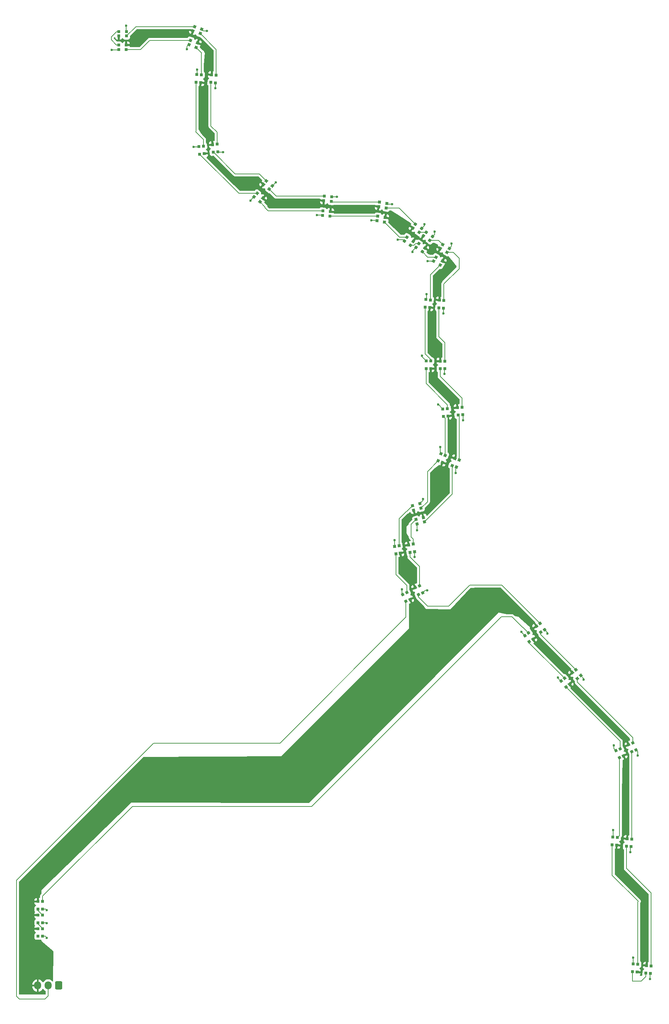
<source format=gbr>
%TF.GenerationSoftware,KiCad,Pcbnew,9.0.4*%
%TF.CreationDate,2025-08-24T11:51:44-07:00*%
%TF.ProjectId,production_red_line_new_silk,70726f64-7563-4746-996f-6e5f7265645f,rev?*%
%TF.SameCoordinates,Original*%
%TF.FileFunction,Copper,L1,Top*%
%TF.FilePolarity,Positive*%
%FSLAX46Y46*%
G04 Gerber Fmt 4.6, Leading zero omitted, Abs format (unit mm)*
G04 Created by KiCad (PCBNEW 9.0.4) date 2025-08-24 11:51:44*
%MOMM*%
%LPD*%
G01*
G04 APERTURE LIST*
G04 Aperture macros list*
%AMRoundRect*
0 Rectangle with rounded corners*
0 $1 Rounding radius*
0 $2 $3 $4 $5 $6 $7 $8 $9 X,Y pos of 4 corners*
0 Add a 4 corners polygon primitive as box body*
4,1,4,$2,$3,$4,$5,$6,$7,$8,$9,$2,$3,0*
0 Add four circle primitives for the rounded corners*
1,1,$1+$1,$2,$3*
1,1,$1+$1,$4,$5*
1,1,$1+$1,$6,$7*
1,1,$1+$1,$8,$9*
0 Add four rect primitives between the rounded corners*
20,1,$1+$1,$2,$3,$4,$5,0*
20,1,$1+$1,$4,$5,$6,$7,0*
20,1,$1+$1,$6,$7,$8,$9,0*
20,1,$1+$1,$8,$9,$2,$3,0*%
%AMRotRect*
0 Rectangle, with rotation*
0 The origin of the aperture is its center*
0 $1 length*
0 $2 width*
0 $3 Rotation angle, in degrees counterclockwise*
0 Add horizontal line*
21,1,$1,$2,0,0,$3*%
G04 Aperture macros list end*
%TA.AperFunction,SMDPad,CuDef*%
%ADD10RotRect,0.700000X0.700000X355.000000*%
%TD*%
%TA.AperFunction,SMDPad,CuDef*%
%ADD11RotRect,0.700000X0.700000X340.000000*%
%TD*%
%TA.AperFunction,SMDPad,CuDef*%
%ADD12RotRect,0.700000X0.700000X265.000000*%
%TD*%
%TA.AperFunction,SMDPad,CuDef*%
%ADD13RotRect,0.700000X0.700000X85.000000*%
%TD*%
%TA.AperFunction,SMDPad,CuDef*%
%ADD14RotRect,0.700000X0.700000X305.000000*%
%TD*%
%TA.AperFunction,SMDPad,CuDef*%
%ADD15RotRect,0.700000X0.700000X115.000000*%
%TD*%
%TA.AperFunction,SMDPad,CuDef*%
%ADD16RotRect,0.700000X0.700000X100.000000*%
%TD*%
%TA.AperFunction,SMDPad,CuDef*%
%ADD17R,0.700000X0.700000*%
%TD*%
%TA.AperFunction,SMDPad,CuDef*%
%ADD18RotRect,0.700000X0.700000X310.000000*%
%TD*%
%TA.AperFunction,SMDPad,CuDef*%
%ADD19RotRect,0.700000X0.700000X275.000000*%
%TD*%
%TA.AperFunction,SMDPad,CuDef*%
%ADD20RotRect,0.700000X0.700000X145.000000*%
%TD*%
%TA.AperFunction,SMDPad,CuDef*%
%ADD21RotRect,0.700000X0.700000X295.000000*%
%TD*%
%TA.AperFunction,SMDPad,CuDef*%
%ADD22RotRect,0.700000X0.700000X150.000000*%
%TD*%
%TA.AperFunction,SMDPad,CuDef*%
%ADD23RotRect,0.700000X0.700000X160.000000*%
%TD*%
%TA.AperFunction,SMDPad,CuDef*%
%ADD24RotRect,0.700000X0.700000X195.000000*%
%TD*%
%TA.AperFunction,SMDPad,CuDef*%
%ADD25RotRect,0.700000X0.700000X95.000000*%
%TD*%
%TA.AperFunction,SMDPad,CuDef*%
%ADD26RotRect,0.700000X0.700000X15.000000*%
%TD*%
%TA.AperFunction,SMDPad,CuDef*%
%ADD27RotRect,0.700000X0.700000X130.000000*%
%TD*%
%TA.AperFunction,SMDPad,CuDef*%
%ADD28RotRect,0.700000X0.700000X250.000000*%
%TD*%
%TA.AperFunction,SMDPad,CuDef*%
%ADD29RotRect,0.700000X0.700000X330.000000*%
%TD*%
%TA.AperFunction,ComponentPad*%
%ADD30RoundRect,0.250000X0.600000X0.725000X-0.600000X0.725000X-0.600000X-0.725000X0.600000X-0.725000X0*%
%TD*%
%TA.AperFunction,ComponentPad*%
%ADD31O,1.700000X1.950000*%
%TD*%
%TA.AperFunction,SMDPad,CuDef*%
%ADD32RotRect,0.700000X0.700000X175.000000*%
%TD*%
%TA.AperFunction,SMDPad,CuDef*%
%ADD33RotRect,0.700000X0.700000X320.000000*%
%TD*%
%TA.AperFunction,SMDPad,CuDef*%
%ADD34RotRect,0.700000X0.700000X280.000000*%
%TD*%
%TA.AperFunction,SMDPad,CuDef*%
%ADD35RotRect,0.700000X0.700000X140.000000*%
%TD*%
%TA.AperFunction,SMDPad,CuDef*%
%ADD36RotRect,0.700000X0.700000X325.000000*%
%TD*%
%TA.AperFunction,SMDPad,CuDef*%
%ADD37RotRect,0.700000X0.700000X125.000000*%
%TD*%
%TA.AperFunction,SMDPad,CuDef*%
%ADD38RotRect,0.700000X0.700000X170.000000*%
%TD*%
%TA.AperFunction,SMDPad,CuDef*%
%ADD39RotRect,0.700000X0.700000X70.000000*%
%TD*%
%TA.AperFunction,SMDPad,CuDef*%
%ADD40RotRect,0.700000X0.700000X350.000000*%
%TD*%
%TA.AperFunction,ViaPad*%
%ADD41C,0.600000*%
%TD*%
%TA.AperFunction,Conductor*%
%ADD42C,0.200000*%
%TD*%
G04 APERTURE END LIST*
D10*
%TO.P,U14,1,DO*%
%TO.N,Net-(U14-DO)*%
X-51097835Y143215704D03*
%TO.P,U14,2,GND*%
%TO.N,GND*%
X-51001963Y144311519D03*
%TO.P,U14,3,DI*%
%TO.N,Net-(U14-DI)*%
X-52824999Y144471014D03*
%TO.P,U14,4,VDD*%
%TO.N,+5V*%
X-52920871Y143375199D03*
%TD*%
D11*
%TO.P,U46,1,DO*%
%TO.N,Net-(U38-DI)*%
X-82710947Y183672207D03*
%TO.P,U46,2,GND*%
%TO.N,GND*%
X-82334725Y184705869D03*
%TO.P,U46,3,DI*%
%TO.N,Net-(U41-DO)*%
X-84054363Y185331765D03*
%TO.P,U46,4,VDD*%
%TO.N,+5V*%
X-84430585Y184298103D03*
%TD*%
D12*
%TO.P,U12,1,DO*%
%TO.N,Net-(U12-DO)*%
X20023901Y-12163890D03*
%TO.P,U12,2,GND*%
%TO.N,GND*%
X21119716Y-12259762D03*
%TO.P,U12,3,DI*%
%TO.N,Net-(U12-DI)*%
X21279211Y-10436726D03*
%TO.P,U12,4,VDD*%
%TO.N,+5V*%
X20183396Y-10340854D03*
%TD*%
D13*
%TO.P,U45,1,DO*%
%TO.N,Net-(U37-DI)*%
X-27239552Y119473506D03*
%TO.P,U45,2,GND*%
%TO.N,GND*%
X-28335367Y119569378D03*
%TO.P,U45,3,DI*%
%TO.N,Net-(U40-DO)*%
X-28494862Y117746342D03*
%TO.P,U45,4,VDD*%
%TO.N,+5V*%
X-27399047Y117650470D03*
%TD*%
D14*
%TO.P,U15,1,DO*%
%TO.N,Net-(U15-DO)*%
X-627832Y39395866D03*
%TO.P,U15,2,GND*%
%TO.N,GND*%
X273235Y40026800D03*
%TO.P,U15,3,DI*%
%TO.N,Net-(U15-DI)*%
X-776410Y41525848D03*
%TO.P,U15,4,VDD*%
%TO.N,+5V*%
X-1677477Y40894914D03*
%TD*%
D13*
%TO.P,U35,1,DO*%
%TO.N,Net-(U35-DO)*%
X17843220Y-10058907D03*
%TO.P,U35,2,GND*%
%TO.N,GND*%
X16747405Y-9963035D03*
%TO.P,U35,3,DI*%
%TO.N,Net-(U30-DO)*%
X16587910Y-11786071D03*
%TO.P,U35,4,VDD*%
%TO.N,+5V*%
X17683725Y-11881943D03*
%TD*%
D15*
%TO.P,U43,1,DO*%
%TO.N,Net-(U43-DO)*%
X18516809Y11324541D03*
%TO.P,U43,2,GND*%
%TO.N,GND*%
X17519870Y10859661D03*
%TO.P,U43,3,DI*%
%TO.N,Net-(U35-DO)*%
X18293261Y9201117D03*
%TO.P,U43,4,VDD*%
%TO.N,+5V*%
X19290200Y9665997D03*
%TD*%
D16*
%TO.P,U9,1,DO*%
%TO.N,Net-(U16-DI)*%
X-34793805Y60284322D03*
%TO.P,U9,2,GND*%
%TO.N,GND*%
X-35877093Y60093309D03*
%TO.P,U9,3,DI*%
%TO.N,Net-(U2-DO)*%
X-35559317Y58291110D03*
%TO.P,U9,4,VDD*%
%TO.N,+5V*%
X-34476029Y58482123D03*
%TD*%
D17*
%TO.P,U34,1,DO*%
%TO.N,Net-(U34-DO)*%
X-24873507Y102906698D03*
%TO.P,U34,2,GND*%
%TO.N,GND*%
X-23773507Y102906698D03*
%TO.P,U34,3,DI*%
%TO.N,Net-(U28-DO)*%
X-23773507Y104736698D03*
%TO.P,U34,4,VDD*%
%TO.N,+5V*%
X-24873507Y104736698D03*
%TD*%
D18*
%TO.P,U8,1,DO*%
%TO.N,Net-(U5-DI)*%
X8167650Y28265543D03*
%TO.P,U8,2,GND*%
%TO.N,GND*%
X9010299Y28972610D03*
%TO.P,U8,3,DI*%
%TO.N,Net-(U15-DO)*%
X7833998Y30374471D03*
%TO.P,U8,4,VDD*%
%TO.N,+5V*%
X6991349Y29667404D03*
%TD*%
D19*
%TO.P,U27,1,DO*%
%TO.N,Net-(U19-DI)*%
X-79557376Y155073542D03*
%TO.P,U27,2,GND*%
%TO.N,GND*%
X-78461561Y155169414D03*
%TO.P,U27,3,DI*%
%TO.N,Net-(U27-DI)*%
X-78621056Y156992450D03*
%TO.P,U27,4,VDD*%
%TO.N,+5V*%
X-79716871Y156896578D03*
%TD*%
D20*
%TO.P,U25,1,DO*%
%TO.N,Net-(U17-DI)*%
X-30041944Y133032190D03*
%TO.P,U25,2,GND*%
%TO.N,GND*%
X-30672878Y132131123D03*
%TO.P,U25,3,DI*%
%TO.N,Net-(U25-DI)*%
X-29173830Y131081478D03*
%TO.P,U25,4,VDD*%
%TO.N,+5V*%
X-28542896Y131982545D03*
%TD*%
D21*
%TO.P,U5,1,DO*%
%TO.N,Net-(U12-DI)*%
X21314655Y10635318D03*
%TO.P,U5,2,GND*%
%TO.N,GND*%
X22311594Y11100198D03*
%TO.P,U5,3,DI*%
%TO.N,Net-(U5-DI)*%
X21538203Y12758742D03*
%TO.P,U5,4,VDD*%
%TO.N,+5V*%
X20541264Y12293862D03*
%TD*%
D17*
%TO.P,U41,1,DO*%
%TO.N,Net-(U41-DO)*%
X-100484492Y183066086D03*
%TO.P,U41,2,GND*%
%TO.N,GND*%
X-100484492Y184166086D03*
%TO.P,U41,3,DI*%
%TO.N,Net-(U33-DO)*%
X-102314492Y184166086D03*
%TO.P,U41,4,VDD*%
%TO.N,+5V*%
X-102314492Y183066086D03*
%TD*%
%TO.P,U33,1,DO*%
%TO.N,Net-(U33-DO)*%
X-102342437Y180868606D03*
%TO.P,U33,2,GND*%
%TO.N,GND*%
X-102342437Y179768606D03*
%TO.P,U33,3,DI*%
%TO.N,Net-(U26-DO)*%
X-100512437Y179768606D03*
%TO.P,U33,4,VDD*%
%TO.N,+5V*%
X-100512437Y180868606D03*
%TD*%
D22*
%TO.P,U37,1,DO*%
%TO.N,Net-(U25-DI)*%
X-25904838Y129775252D03*
%TO.P,U37,2,GND*%
%TO.N,GND*%
X-26454838Y128822624D03*
%TO.P,U37,3,DI*%
%TO.N,Net-(U37-DI)*%
X-24870012Y127907624D03*
%TO.P,U37,4,VDD*%
%TO.N,+5V*%
X-24320012Y128860252D03*
%TD*%
D12*
%TO.P,U22,1,DO*%
%TO.N,Net-(U22-DO)*%
X24703234Y-42702616D03*
%TO.P,U22,2,GND*%
%TO.N,GND*%
X25799049Y-42798488D03*
%TO.P,U22,3,DI*%
%TO.N,Net-(U12-DO)*%
X25958544Y-40975452D03*
%TO.P,U22,4,VDD*%
%TO.N,+5V*%
X24862729Y-40879580D03*
%TD*%
D23*
%TO.P,U26,1,DO*%
%TO.N,Net-(U26-DO)*%
X-85047434Y182006047D03*
%TO.P,U26,2,GND*%
%TO.N,GND*%
X-85423656Y180972385D03*
%TO.P,U26,3,DI*%
%TO.N,Net-(U18-DO)*%
X-83704018Y180346489D03*
%TO.P,U26,4,VDD*%
%TO.N,+5V*%
X-83327796Y181380151D03*
%TD*%
D24*
%TO.P,U39,1,DO*%
%TO.N,Net-(U29-DI)*%
X-30686023Y66591684D03*
%TO.P,U39,2,GND*%
%TO.N,GND*%
X-30401322Y65529165D03*
%TO.P,U39,3,DI*%
%TO.N,Net-(U39-DI)*%
X-28633677Y66002804D03*
%TO.P,U39,4,VDD*%
%TO.N,+5V*%
X-28918378Y67065323D03*
%TD*%
D12*
%TO.P,U28,1,DO*%
%TO.N,Net-(U28-DO)*%
X-25222637Y117597605D03*
%TO.P,U28,2,GND*%
%TO.N,GND*%
X-24126822Y117501733D03*
%TO.P,U28,3,DI*%
%TO.N,Net-(U20-DO)*%
X-23967327Y119324769D03*
%TO.P,U28,4,VDD*%
%TO.N,+5V*%
X-25063142Y119420641D03*
%TD*%
D21*
%TO.P,U21,1,DO*%
%TO.N,Net-(U15-DI)*%
X-30097975Y48483614D03*
%TO.P,U21,2,GND*%
%TO.N,GND*%
X-29101036Y48948494D03*
%TO.P,U21,3,DI*%
%TO.N,Net-(U21-DI)*%
X-29874427Y50607038D03*
%TO.P,U21,4,VDD*%
%TO.N,+5V*%
X-30871366Y50142158D03*
%TD*%
D25*
%TO.P,U32,1,DO*%
%TO.N,Net-(U32-DO)*%
X-23127645Y93301576D03*
%TO.P,U32,2,GND*%
%TO.N,GND*%
X-24223460Y93205704D03*
%TO.P,U32,3,DI*%
%TO.N,Net-(U24-DO)*%
X-24063965Y91382668D03*
%TO.P,U32,4,VDD*%
%TO.N,+5V*%
X-22968150Y91478540D03*
%TD*%
D26*
%TO.P,U16,1,DO*%
%TO.N,Net-(U16-DO)*%
X-29504530Y69312044D03*
%TO.P,U16,2,GND*%
%TO.N,GND*%
X-29789231Y70374563D03*
%TO.P,U16,3,DI*%
%TO.N,Net-(U16-DI)*%
X-31556876Y69900924D03*
%TO.P,U16,4,VDD*%
%TO.N,+5V*%
X-31272175Y68838405D03*
%TD*%
D27*
%TO.P,U44,1,DO*%
%TO.N,Net-(U36-DI)*%
X5098467Y28333549D03*
%TO.P,U44,2,GND*%
%TO.N,GND*%
X4255818Y27626482D03*
%TO.P,U44,3,DI*%
%TO.N,Net-(U43-DO)*%
X5432119Y26224621D03*
%TO.P,U44,4,VDD*%
%TO.N,+5V*%
X6274768Y26931688D03*
%TD*%
D28*
%TO.P,U47,1,DO*%
%TO.N,Net-(U39-DI)*%
X-21964222Y79570786D03*
%TO.P,U47,2,GND*%
%TO.N,GND*%
X-20930560Y79194564D03*
%TO.P,U47,3,DI*%
%TO.N,Net-(U42-DO)*%
X-20304664Y80914202D03*
%TO.P,U47,4,VDD*%
%TO.N,+5V*%
X-21338326Y81290424D03*
%TD*%
D13*
%TO.P,U18,1,DO*%
%TO.N,Net-(U18-DO)*%
X-82425537Y173689453D03*
%TO.P,U18,2,GND*%
%TO.N,GND*%
X-83521352Y173785325D03*
%TO.P,U18,3,DI*%
%TO.N,Net-(U10-DO)*%
X-83680847Y171962289D03*
%TO.P,U18,4,VDD*%
%TO.N,+5V*%
X-82585032Y171866417D03*
%TD*%
D29*
%TO.P,U20,1,DO*%
%TO.N,Net-(U20-DO)*%
X-23233879Y130955986D03*
%TO.P,U20,2,GND*%
%TO.N,GND*%
X-22683879Y131908614D03*
%TO.P,U20,3,DI*%
%TO.N,Net-(U11-DO)*%
X-24268705Y132823614D03*
%TO.P,U20,4,VDD*%
%TO.N,+5V*%
X-24818705Y131870986D03*
%TD*%
D30*
%TO.P,J4,1,Pin_1*%
%TO.N,GND*%
X-116840000Y-45702563D03*
D31*
%TO.P,J4,2,Pin_2*%
%TO.N,Net-(J4-Pin_2)*%
X-119340000Y-45702563D03*
%TO.P,J4,3,Pin_3*%
%TO.N,+5V*%
X-121840000Y-45702563D03*
%TD*%
D13*
%TO.P,U30,1,DO*%
%TO.N,Net-(U30-DO)*%
X22722540Y-40605866D03*
%TO.P,U30,2,GND*%
%TO.N,GND*%
X21626725Y-40509994D03*
%TO.P,U30,3,DI*%
%TO.N,Net-(U22-DO)*%
X21467230Y-42333030D03*
%TO.P,U30,4,VDD*%
%TO.N,+5V*%
X22563045Y-42428902D03*
%TD*%
D32*
%TO.P,U6,1,DO*%
%TO.N,Net-(U3-DI)*%
X-53144783Y140915605D03*
%TO.P,U6,2,GND*%
%TO.N,GND*%
X-53240655Y139819790D03*
%TO.P,U6,3,DI*%
%TO.N,Net-(U13-DO)*%
X-51417619Y139660295D03*
%TO.P,U6,4,VDD*%
%TO.N,+5V*%
X-51321747Y140756110D03*
%TD*%
D19*
%TO.P,U42,1,DO*%
%TO.N,Net-(U42-DO)*%
X-20553623Y91713665D03*
%TO.P,U42,2,GND*%
%TO.N,GND*%
X-19457808Y91809537D03*
%TO.P,U42,3,DI*%
%TO.N,Net-(U34-DO)*%
X-19617303Y93632573D03*
%TO.P,U42,4,VDD*%
%TO.N,+5V*%
X-20713118Y93536701D03*
%TD*%
D17*
%TO.P,U23,1,DO*%
%TO.N,Net-(U23-DO)*%
X-121777170Y-30565697D03*
%TO.P,U23,2,GND*%
%TO.N,GND*%
X-120677170Y-30565697D03*
%TO.P,U23,3,DI*%
%TO.N,Net-(U23-DI)*%
X-120677170Y-28735697D03*
%TO.P,U23,4,VDD*%
%TO.N,+5V*%
X-121777170Y-28735697D03*
%TD*%
D25*
%TO.P,U10,1,DO*%
%TO.N,Net-(U10-DO)*%
X-81890620Y156532667D03*
%TO.P,U10,2,GND*%
%TO.N,GND*%
X-82986435Y156436795D03*
%TO.P,U10,3,DI*%
%TO.N,Net-(U10-DI)*%
X-82826940Y154613759D03*
%TO.P,U10,4,VDD*%
%TO.N,+5V*%
X-81731125Y154709631D03*
%TD*%
D33*
%TO.P,U19,1,DO*%
%TO.N,Net-(U14-DI)*%
X-66042719Y146151469D03*
%TO.P,U19,2,GND*%
%TO.N,GND*%
X-65335652Y146994118D03*
%TO.P,U19,3,DI*%
%TO.N,Net-(U19-DI)*%
X-66737513Y148170419D03*
%TO.P,U19,4,VDD*%
%TO.N,+5V*%
X-67444580Y147327770D03*
%TD*%
D34*
%TO.P,U29,1,DO*%
%TO.N,Net-(U21-DI)*%
X-32153755Y58656293D03*
%TO.P,U29,2,GND*%
%TO.N,GND*%
X-31070467Y58847306D03*
%TO.P,U29,3,DI*%
%TO.N,Net-(U29-DI)*%
X-31388243Y60649505D03*
%TO.P,U29,4,VDD*%
%TO.N,+5V*%
X-32471531Y60458492D03*
%TD*%
D35*
%TO.P,U3,1,DO*%
%TO.N,Net-(U10-DI)*%
X-69003700Y145142725D03*
%TO.P,U3,2,GND*%
%TO.N,GND*%
X-69710767Y144300076D03*
%TO.P,U3,3,DI*%
%TO.N,Net-(U3-DI)*%
X-68308906Y143123775D03*
%TO.P,U3,4,VDD*%
%TO.N,+5V*%
X-67601839Y143966424D03*
%TD*%
D20*
%TO.P,U17,1,DO*%
%TO.N,Net-(U13-DI)*%
X-32889902Y134599131D03*
%TO.P,U17,2,GND*%
%TO.N,GND*%
X-33520836Y133698064D03*
%TO.P,U17,3,DI*%
%TO.N,Net-(U17-DI)*%
X-32021788Y132648419D03*
%TO.P,U17,4,VDD*%
%TO.N,+5V*%
X-31390854Y133549486D03*
%TD*%
D36*
%TO.P,U11,1,DO*%
%TO.N,Net-(U11-DO)*%
X-27375112Y133842301D03*
%TO.P,U11,2,GND*%
%TO.N,GND*%
X-26744178Y134743368D03*
%TO.P,U11,3,DI*%
%TO.N,Net-(U11-DI)*%
X-28243226Y135793013D03*
%TO.P,U11,4,VDD*%
%TO.N,+5V*%
X-28874160Y134891946D03*
%TD*%
D37*
%TO.P,U36,1,DO*%
%TO.N,Net-(U31-DI)*%
X-3558493Y39236425D03*
%TO.P,U36,2,GND*%
%TO.N,GND*%
X-4459560Y38605491D03*
%TO.P,U36,3,DI*%
%TO.N,Net-(U36-DI)*%
X-3409915Y37106443D03*
%TO.P,U36,4,VDD*%
%TO.N,+5V*%
X-2508848Y37737377D03*
%TD*%
D36*
%TO.P,U4,1,DO*%
%TO.N,Net-(U11-DI)*%
X-29972086Y135785717D03*
%TO.P,U4,2,GND*%
%TO.N,GND*%
X-29341152Y136686784D03*
%TO.P,U4,3,DI*%
%TO.N,Net-(U4-DI)*%
X-30840200Y137736429D03*
%TO.P,U4,4,VDD*%
%TO.N,+5V*%
X-31471134Y136835362D03*
%TD*%
D17*
%TO.P,U40,1,DO*%
%TO.N,Net-(U40-DO)*%
X-27144890Y104786277D03*
%TO.P,U40,2,GND*%
%TO.N,GND*%
X-28244890Y104786277D03*
%TO.P,U40,3,DI*%
%TO.N,Net-(U32-DO)*%
X-28244890Y102956277D03*
%TO.P,U40,4,VDD*%
%TO.N,+5V*%
X-27144890Y102956277D03*
%TD*%
%TO.P,U48,1,DO*%
%TO.N,unconnected-(U48-DO-Pad1)*%
X-121770134Y-33837386D03*
%TO.P,U48,2,GND*%
%TO.N,GND*%
X-120670134Y-33837386D03*
%TO.P,U48,3,DI*%
%TO.N,Net-(U23-DO)*%
X-120670134Y-32007386D03*
%TO.P,U48,4,VDD*%
%TO.N,+5V*%
X-121770134Y-32007386D03*
%TD*%
D15*
%TO.P,U2,1,DO*%
%TO.N,Net-(U2-DO)*%
X-32903356Y48981021D03*
%TO.P,U2,2,GND*%
%TO.N,GND*%
X-33900295Y48516141D03*
%TO.P,U2,3,DI*%
%TO.N,Net-(J4-Pin_2)*%
X-33126904Y46857597D03*
%TO.P,U2,4,VDD*%
%TO.N,+5V*%
X-32129965Y47322477D03*
%TD*%
D38*
%TO.P,U13,1,DO*%
%TO.N,Net-(U13-DO)*%
X-39913043Y139645551D03*
%TO.P,U13,2,GND*%
%TO.N,GND*%
X-40104056Y138562263D03*
%TO.P,U13,3,DI*%
%TO.N,Net-(U13-DI)*%
X-38301857Y138244487D03*
%TO.P,U13,4,VDD*%
%TO.N,+5V*%
X-38110844Y139327775D03*
%TD*%
D39*
%TO.P,U24,1,DO*%
%TO.N,Net-(U24-DO)*%
X-23688664Y82052358D03*
%TO.P,U24,2,GND*%
%TO.N,GND*%
X-24722326Y82428580D03*
%TO.P,U24,3,DI*%
%TO.N,Net-(U16-DO)*%
X-25348222Y80708942D03*
%TO.P,U24,4,VDD*%
%TO.N,+5V*%
X-24314560Y80332720D03*
%TD*%
D12*
%TO.P,U38,1,DO*%
%TO.N,Net-(U27-DI)*%
X-80108563Y171897373D03*
%TO.P,U38,2,GND*%
%TO.N,GND*%
X-79012748Y171801501D03*
%TO.P,U38,3,DI*%
%TO.N,Net-(U38-DI)*%
X-78853253Y173624537D03*
%TO.P,U38,4,VDD*%
%TO.N,+5V*%
X-79949068Y173720409D03*
%TD*%
D17*
%TO.P,U31,1,DO*%
%TO.N,Net-(U23-DI)*%
X-121762887Y-27296680D03*
%TO.P,U31,2,GND*%
%TO.N,GND*%
X-120662887Y-27296680D03*
%TO.P,U31,3,DI*%
%TO.N,Net-(U31-DI)*%
X-120662887Y-25466680D03*
%TO.P,U31,4,VDD*%
%TO.N,+5V*%
X-121762887Y-25466680D03*
%TD*%
D40*
%TO.P,U7,1,DO*%
%TO.N,Net-(U4-DI)*%
X-37894362Y141622180D03*
%TO.P,U7,2,GND*%
%TO.N,GND*%
X-37703349Y142705468D03*
%TO.P,U7,3,DI*%
%TO.N,Net-(U14-DO)*%
X-39505548Y143023244D03*
%TO.P,U7,4,VDD*%
%TO.N,+5V*%
X-39696561Y141939956D03*
%TD*%
D41*
%TO.N,GND*%
X-54607475Y139920586D03*
X-26185000Y135916022D03*
X-77173619Y155110283D03*
X951697Y39091328D03*
X-79057364Y170475083D03*
X-25321210Y94292570D03*
X-35115586Y133995103D03*
X-49720927Y144301629D03*
X-19341143Y90450830D03*
X-28021761Y49542739D03*
X22735613Y9743043D03*
X-36481000Y142527618D03*
X-27903717Y128872654D03*
X-103998027Y179715512D03*
X-23823086Y101630277D03*
X-22140961Y133051494D03*
X-84284205Y156354976D03*
X-31543352Y131063175D03*
X-64484077Y147817974D03*
X17003644Y12126634D03*
X-35858203Y61643062D03*
X-83460320Y174954886D03*
X-100512758Y185567765D03*
X-28172012Y120854519D03*
X-28998952Y71488267D03*
X-24827356Y84061162D03*
X-28678824Y137702139D03*
X-34105605Y49781842D03*
X9692471Y27980790D03*
X16792603Y-8280218D03*
X-24130359Y116211628D03*
X3527185Y28473377D03*
X21660432Y-39008750D03*
X-81098746Y184306387D03*
X-30996442Y57525176D03*
X-70553310Y143429452D03*
X25707721Y-44124074D03*
X-41468648Y138685781D03*
X20986691Y-13582083D03*
X-119661782Y-27581849D03*
X-30448665Y63949758D03*
X-85867565Y179887820D03*
X-21130588Y77754909D03*
X-29271696Y106090534D03*
X-119661782Y-30689312D03*
X-119661782Y-34219390D03*
X-5319604Y39472343D03*
%TD*%
D42*
%TO.N,GND*%
X-19341143Y90450830D02*
X-19341143Y91692872D01*
X-24827356Y82533610D02*
X-24722326Y82428580D01*
X22735613Y10676179D02*
X22311594Y11100198D01*
X16792603Y-8280218D02*
X16792603Y-9917837D01*
X20986691Y-13582083D02*
X20986691Y-12392787D01*
X25707721Y-44124074D02*
X25707721Y-42889816D01*
X-25310326Y94292570D02*
X-24223460Y93205704D01*
X-85867565Y179887820D02*
X-85867565Y180528476D01*
X-28172012Y119732733D02*
X-28335367Y119569378D01*
X951697Y39091328D02*
X951697Y39348338D01*
X-28678824Y137349112D02*
X-29341152Y136686784D01*
X-24130359Y117498196D02*
X-24126822Y117501733D01*
X-120677170Y-30565697D02*
X-119785397Y-30565697D01*
X-70553310Y143429452D02*
X-70553310Y143457533D01*
X9692471Y27980790D02*
X9692471Y28290438D01*
X-21130588Y78994536D02*
X-20930560Y79194564D01*
X-5319604Y39465535D02*
X-4459560Y38605491D01*
X22735613Y9743043D02*
X22735613Y10676179D01*
X-120670134Y-33837386D02*
X-120043786Y-33837386D01*
X-119946951Y-27296680D02*
X-119661782Y-27581849D01*
X3527185Y28473377D02*
X3527185Y28355115D01*
X-40227574Y138685781D02*
X-40104056Y138562263D01*
X-29271696Y106090534D02*
X-29271696Y105813083D01*
X-26185000Y135916022D02*
X-26185000Y135302546D01*
X-77173619Y155110283D02*
X-78402430Y155110283D01*
X-30448665Y65481822D02*
X-30401322Y65529165D01*
X-54607475Y139920586D02*
X-53341451Y139920586D01*
X17003644Y11375887D02*
X17519870Y10859661D01*
X21660432Y-40476287D02*
X21626725Y-40509994D01*
X-27903717Y128872654D02*
X-26504868Y128872654D01*
X-28998952Y71164842D02*
X-29789231Y70374563D01*
X-41468648Y138685781D02*
X-40227574Y138685781D01*
X-35115586Y133995103D02*
X-33817875Y133995103D01*
X-31543352Y131063175D02*
X-31543352Y131260649D01*
X-64511796Y147817974D02*
X-65335652Y146994118D01*
X-5319604Y39472343D02*
X-5319604Y39465535D01*
X-30448665Y63949758D02*
X-30448665Y65481822D01*
X-83460320Y173846357D02*
X-83521352Y173785325D01*
X-81935243Y184306387D02*
X-82334725Y184705869D01*
X-24827356Y84061162D02*
X-24827356Y82533610D01*
X951697Y39348338D02*
X273235Y40026800D01*
X-100512758Y185567765D02*
X-100512758Y184194352D01*
X-28998952Y71488267D02*
X-28998952Y71164842D01*
X-28678824Y137702139D02*
X-28678824Y137349112D01*
X-83068254Y156354976D02*
X-82986435Y156436795D01*
X-64484077Y147817974D02*
X-64511796Y147817974D01*
X-26185000Y135302546D02*
X-26744178Y134743368D01*
X-22140961Y133051494D02*
X-22140961Y132451532D01*
X-26504868Y128872654D02*
X-26454838Y128822624D01*
X25707721Y-42889816D02*
X25799049Y-42798488D01*
X-120043786Y-33837386D02*
X-119661782Y-34219390D01*
X20986691Y-12392787D02*
X21119716Y-12259762D01*
X-78402430Y155110283D02*
X-78461561Y155169414D01*
X-34105605Y48721451D02*
X-33900295Y48516141D01*
X-33817875Y133995103D02*
X-33520836Y133698064D01*
X-28021761Y49542739D02*
X-28506791Y49542739D01*
X-79057364Y170475083D02*
X-79057364Y171756885D01*
X-21130588Y77754909D02*
X-21130588Y78994536D01*
X21660432Y-39008750D02*
X21660432Y-40476287D01*
X-120662887Y-27296680D02*
X-119946951Y-27296680D01*
X-23823086Y102857119D02*
X-23773507Y102906698D01*
X-37525499Y142527618D02*
X-37703349Y142705468D01*
X17003644Y12126634D02*
X17003644Y11375887D01*
X-85867565Y180528476D02*
X-85423656Y180972385D01*
X-103998027Y179715512D02*
X-102395531Y179715512D01*
X-25321210Y94292570D02*
X-25310326Y94292570D01*
X-35858203Y61643062D02*
X-35858203Y60112199D01*
X16792603Y-9917837D02*
X16747405Y-9963035D01*
X-31543352Y131260649D02*
X-30672878Y132131123D01*
X-102395531Y179715512D02*
X-102342437Y179768606D01*
X-84284205Y156354976D02*
X-83068254Y156354976D01*
X-70553310Y143457533D02*
X-69710767Y144300076D01*
X-28172012Y120854519D02*
X-28172012Y119732733D01*
X-100512758Y184194352D02*
X-100484492Y184166086D01*
X-24130359Y116211628D02*
X-24130359Y117498196D01*
X-28506791Y49542739D02*
X-29101036Y48948494D01*
X-83460320Y174954886D02*
X-83460320Y173846357D01*
X-29271696Y105813083D02*
X-28244890Y104786277D01*
X-79057364Y171756885D02*
X-79012748Y171801501D01*
X-36481000Y142527618D02*
X-37525499Y142527618D01*
X-50992073Y144301629D02*
X-51001963Y144311519D01*
X-30996442Y58773281D02*
X-31070467Y58847306D01*
X-81098746Y184306387D02*
X-81935243Y184306387D01*
X-34105605Y49781842D02*
X-34105605Y48721451D01*
X3527185Y28355115D02*
X4255818Y27626482D01*
X-35858203Y60112199D02*
X-35877093Y60093309D01*
X-19341143Y91692872D02*
X-19457808Y91809537D01*
X-22140961Y132451532D02*
X-22683879Y131908614D01*
X-119785397Y-30565697D02*
X-119661782Y-30689312D01*
X9692471Y28290438D02*
X9010299Y28972610D01*
X-53341451Y139920586D02*
X-53240655Y139819790D01*
X-49720927Y144301629D02*
X-50992073Y144301629D01*
X-30996442Y57525176D02*
X-30996442Y58773281D01*
X-23823086Y101630277D02*
X-23823086Y102857119D01*
%TO.N,Net-(U2-DO)*%
X-35559317Y53340683D02*
X-35559317Y58291110D01*
X-32903356Y48981021D02*
X-32903356Y50683356D01*
X-32903356Y50683356D02*
X-35560000Y53340000D01*
X-35560000Y53340000D02*
X-35559317Y53340683D01*
%TO.N,Net-(U10-DI)*%
X-69003700Y145142725D02*
X-73355906Y145142725D01*
X-73355906Y145142725D02*
X-82826940Y154613759D01*
%TO.N,Net-(U3-DI)*%
X-68308906Y143123775D02*
X-67078921Y141893790D01*
X-67078921Y141893790D02*
X-67078921Y141681268D01*
X-67078921Y141681268D02*
X-66313258Y140915605D01*
X-66313258Y140915605D02*
X-53144783Y140915605D01*
%TO.N,Net-(U11-DI)*%
X-28250522Y135785717D02*
X-28243226Y135793013D01*
X-29972086Y135785717D02*
X-28250522Y135785717D01*
%TO.N,Net-(U4-DI)*%
X-37894362Y141622180D02*
X-34725951Y141622180D01*
X-34725951Y141622180D02*
X-30840200Y137736429D01*
%TO.N,Net-(U12-DI)*%
X21314655Y-10401282D02*
X21279211Y-10436726D01*
X21314655Y10635318D02*
X21314655Y-10401282D01*
%TO.N,Net-(U5-DI)*%
X21538203Y14021797D02*
X21538203Y12758742D01*
X8167650Y28265543D02*
X8167650Y27392350D01*
X8167650Y27392350D02*
X21538203Y14021797D01*
%TO.N,Net-(U13-DO)*%
X-39913043Y139645551D02*
X-51402875Y139645551D01*
X-51402875Y139645551D02*
X-51417619Y139660295D01*
%TO.N,Net-(U14-DO)*%
X-50905375Y143023244D02*
X-51097835Y143215704D01*
X-39505548Y143023244D02*
X-50905375Y143023244D01*
%TO.N,Net-(U15-DO)*%
X-627832Y39395866D02*
X-627832Y38836301D01*
X-627832Y38836301D02*
X7833998Y30374471D01*
%TO.N,Net-(U16-DI)*%
X-33020000Y68580000D02*
X-32877800Y68580000D01*
X-34793805Y60284322D02*
X-34793805Y66806195D01*
X-32877800Y68580000D02*
X-31556876Y69900924D01*
X-34793805Y66806195D02*
X-33020000Y68580000D01*
%TO.N,Net-(U10-DO)*%
X-83820000Y160020000D02*
X-83680847Y160159153D01*
X-81890620Y156532667D02*
X-81890620Y158090620D01*
X-81890620Y158090620D02*
X-83820000Y160020000D01*
X-83680847Y160159153D02*
X-83680847Y171962289D01*
%TO.N,Net-(U11-DO)*%
X-27375112Y133842301D02*
X-25287392Y133842301D01*
X-25287392Y133842301D02*
X-24268705Y132823614D01*
%TO.N,Net-(U12-DO)*%
X20023901Y-17483901D02*
X20023901Y-12163890D01*
X25958544Y-40975452D02*
X25958544Y-23418544D01*
X25958544Y-23418544D02*
X20023901Y-17483901D01*
%TO.N,Net-(U13-DI)*%
X-34656501Y134599131D02*
X-38301857Y138244487D01*
X-32889902Y134599131D02*
X-34656501Y134599131D01*
%TO.N,Net-(U14-DI)*%
X-64362264Y144471014D02*
X-66042719Y146151469D01*
X-52824999Y144471014D02*
X-64362264Y144471014D01*
%TO.N,Net-(U15-DI)*%
X-27940000Y45720000D02*
X-30097975Y47877975D01*
X-10050562Y50800000D02*
X-17780000Y50800000D01*
X-30097975Y47877975D02*
X-30097975Y48483614D01*
X-776410Y41525848D02*
X-10050562Y50800000D01*
X-22860000Y45720000D02*
X-27940000Y45720000D01*
X-17780000Y50800000D02*
X-22860000Y45720000D01*
%TO.N,Net-(U16-DO)*%
X-27940000Y70876574D02*
X-27940000Y78117164D01*
X-27940000Y78117164D02*
X-25348222Y80708942D01*
X-29504530Y69312044D02*
X-27940000Y70876574D01*
%TO.N,Net-(U17-DI)*%
X-31174472Y132648419D02*
X-32021788Y132648419D01*
X-30790701Y133032190D02*
X-31174472Y132648419D01*
X-30041944Y133032190D02*
X-30790701Y133032190D01*
%TO.N,Net-(U18-DO)*%
X-82303863Y179071003D02*
X-82425537Y178949329D01*
X-82428532Y179071003D02*
X-82303863Y179071003D01*
X-83704018Y180346489D02*
X-82428532Y179071003D01*
X-82425537Y178949329D02*
X-82425537Y173689453D01*
%TO.N,Net-(U19-DI)*%
X-68427094Y149860000D02*
X-66737513Y148170419D01*
X-79487291Y155073542D02*
X-74273749Y149860000D01*
X-74273749Y149860000D02*
X-68427094Y149860000D01*
X-79557376Y155073542D02*
X-79487291Y155073542D01*
%TO.N,Net-(U20-DO)*%
X-21735986Y130955986D02*
X-20320000Y129540000D01*
X-23967327Y123352673D02*
X-23967327Y119324769D01*
X-23233879Y130955986D02*
X-21735986Y130955986D01*
X-20320000Y129540000D02*
X-20320000Y127000000D01*
X-20320000Y127000000D02*
X-23967327Y123352673D01*
%TO.N,Net-(U21-DI)*%
X-32153755Y57553755D02*
X-29874427Y55274427D01*
X-32153755Y58656293D02*
X-32153755Y57553755D01*
X-29874427Y55274427D02*
X-29874427Y50607038D01*
%TO.N,Net-(U22-DO)*%
X21467230Y-42454689D02*
X21475038Y-42462497D01*
X23616807Y-44653072D02*
X24703234Y-43566645D01*
X21475038Y-44653072D02*
X23616807Y-44653072D01*
X21475038Y-42462497D02*
X21475038Y-44653072D01*
X24703234Y-43566645D02*
X24703234Y-42702616D01*
X21467230Y-42333030D02*
X21467230Y-42454689D01*
%TO.N,Net-(U23-DO)*%
X-121777170Y-30565697D02*
X-121777170Y-30876086D01*
X-121777170Y-30876086D02*
X-120670134Y-31983122D01*
X-120670134Y-31983122D02*
X-120670134Y-32007386D01*
%TO.N,Net-(U23-DI)*%
X-120677170Y-28711433D02*
X-120677170Y-28735697D01*
X-121762887Y-27296680D02*
X-121762887Y-27625716D01*
X-121762887Y-27625716D02*
X-120677170Y-28711433D01*
%TO.N,Net-(U24-DO)*%
X-23688664Y91007367D02*
X-24063965Y91382668D01*
X-23688664Y82052358D02*
X-23688664Y91007367D01*
%TO.N,Net-(U25-DI)*%
X-27867604Y129775252D02*
X-29173830Y131081478D01*
X-25904838Y129775252D02*
X-27867604Y129775252D01*
%TO.N,Net-(U26-DO)*%
X-94853953Y182006047D02*
X-97091394Y179768606D01*
X-85047434Y182006047D02*
X-94853953Y182006047D01*
X-97091394Y179768606D02*
X-100512437Y179768606D01*
%TO.N,Net-(U27-DI)*%
X-78621056Y159901056D02*
X-78621056Y156992450D01*
X-80108563Y171897373D02*
X-80108563Y161388563D01*
X-80108563Y161388563D02*
X-78621056Y159901056D01*
%TO.N,Net-(U28-DO)*%
X-23766928Y109214129D02*
X-23773507Y109207550D01*
X-25222637Y110669838D02*
X-23766928Y109214129D01*
X-25222637Y117597605D02*
X-25222637Y110669838D01*
X-23773507Y109207550D02*
X-23773507Y104736698D01*
%TO.N,Net-(U29-DI)*%
X-31388243Y61868243D02*
X-31860404Y62340404D01*
X-31388243Y60649505D02*
X-31388243Y61868243D01*
X-31860404Y65417303D02*
X-30686023Y66591684D01*
X-31860404Y62340404D02*
X-31860404Y65417303D01*
%TO.N,Net-(U30-DO)*%
X16587910Y-11786071D02*
X16587910Y-19127910D01*
X22722540Y-25537460D02*
X22722540Y-40605866D01*
X22860000Y-25400000D02*
X22722540Y-25537460D01*
X16587910Y-19127910D02*
X22860000Y-25400000D01*
%TO.N,Net-(U31-DI)*%
X-4962068Y40640000D02*
X-5080000Y40640000D01*
X-5080000Y40640000D02*
X-7620000Y43180000D01*
X-120662887Y-24142887D02*
X-120662887Y-25466680D01*
X-99060000Y-2540000D02*
X-120662887Y-24142887D01*
X-55880000Y-2540000D02*
X-99060000Y-2540000D01*
X-10160000Y43180000D02*
X-55880000Y-2540000D01*
X-3558493Y39236425D02*
X-4962068Y40640000D01*
X-7620000Y43180000D02*
X-10160000Y43180000D01*
%TO.N,Net-(U32-DO)*%
X-28244890Y99364890D02*
X-28244890Y102956277D01*
X-23127645Y94247645D02*
X-28244890Y99364890D01*
X-23127645Y93301576D02*
X-23127645Y94247645D01*
%TO.N,Net-(U33-DO)*%
X-102873387Y180868606D02*
X-102342437Y180868606D01*
X-104140000Y182135219D02*
X-102873387Y180868606D01*
X-104140000Y182880000D02*
X-104140000Y182135219D01*
X-102853914Y184166086D02*
X-104140000Y182880000D01*
X-102314492Y184166086D02*
X-102853914Y184166086D01*
%TO.N,Net-(U34-DO)*%
X-19617303Y95817303D02*
X-19617303Y93632573D01*
X-24873507Y101073507D02*
X-19617303Y95817303D01*
X-24873507Y102906698D02*
X-24873507Y101073507D01*
%TO.N,Net-(U35-DO)*%
X18293261Y9201117D02*
X18293261Y-9608866D01*
X18293261Y-9608866D02*
X17843220Y-10058907D01*
%TO.N,Net-(U36-DI)*%
X-3409915Y36841931D02*
X-3409915Y37106443D01*
X5098467Y28333549D02*
X-3409915Y36841931D01*
%TO.N,Net-(U37-DI)*%
X-27239552Y125538084D02*
X-24870012Y127907624D01*
X-27239552Y119473506D02*
X-27239552Y125538084D01*
%TO.N,Net-(U38-DI)*%
X-78853253Y179814513D02*
X-82710947Y183672207D01*
X-78853253Y173624537D02*
X-78853253Y179814513D01*
%TO.N,Net-(U39-DI)*%
X-21964222Y72672259D02*
X-21964222Y79570786D01*
X-28633677Y66002804D02*
X-21964222Y72672259D01*
%TO.N,Net-(U40-DO)*%
X-27144890Y105136277D02*
X-28494862Y106486249D01*
X-27144890Y104786277D02*
X-27144890Y105136277D01*
X-28494862Y106486249D02*
X-28494862Y117746342D01*
%TO.N,Net-(U41-DO)*%
X-98194549Y185331765D02*
X-100460228Y183066086D01*
X-84054363Y185331765D02*
X-98194549Y185331765D01*
X-100460228Y183066086D02*
X-100484492Y183066086D01*
%TO.N,Net-(U42-DO)*%
X-20304664Y80914202D02*
X-20304664Y91464706D01*
X-20304664Y91464706D02*
X-20553623Y91713665D01*
%TO.N,Net-(U43-DO)*%
X18516809Y11324541D02*
X18516809Y13139931D01*
X18516809Y13139931D02*
X5432119Y26224621D01*
%TO.N,Net-(J4-Pin_2)*%
X-33126904Y46857597D02*
X-33126904Y43073096D01*
X-127000000Y-20320000D02*
X-127000000Y-48260000D01*
X-63500000Y12700000D02*
X-93980000Y12700000D01*
X-126260000Y-49000000D02*
X-120120000Y-49000000D01*
X-120120000Y-49000000D02*
X-119340000Y-48220000D01*
X-93980000Y12700000D02*
X-127000000Y-20320000D01*
X-119340000Y-48220000D02*
X-119340000Y-45702563D01*
X-127000000Y-48260000D02*
X-126260000Y-49000000D01*
X-33126904Y43073096D02*
X-63500000Y12700000D01*
%TD*%
%TA.AperFunction,Conductor*%
%TO.N,+5V*%
G36*
X-84906563Y184730376D02*
G01*
X-84903737Y184731015D01*
X-84869191Y184723787D01*
X-84729566Y184672967D01*
X-84722225Y184669841D01*
X-84722184Y184669938D01*
X-84719135Y184668640D01*
X-84719129Y184668637D01*
X-84658599Y184646606D01*
X-84461772Y184574966D01*
X-84405508Y184533539D01*
X-84380573Y184468271D01*
X-84387661Y184416033D01*
X-84430584Y184298102D01*
X-84312183Y184255008D01*
X-84255919Y184213582D01*
X-84230984Y184148313D01*
X-84238072Y184096075D01*
X-84486378Y183413859D01*
X-84347466Y183363299D01*
X-84289316Y183348947D01*
X-84145547Y183350088D01*
X-84007919Y183391689D01*
X-84007918Y183391689D01*
X-83887584Y183470377D01*
X-83887580Y183470381D01*
X-83877930Y183481699D01*
X-83819453Y183519939D01*
X-83749585Y183520492D01*
X-83690510Y183483185D01*
X-83660982Y183419861D01*
X-83659580Y183402224D01*
X-83659460Y183387092D01*
X-83617818Y183249326D01*
X-83539050Y183128872D01*
X-83429537Y183035489D01*
X-83377682Y183010045D01*
X-83375711Y183009078D01*
X-82648973Y182744568D01*
X-82603702Y182715727D01*
X-79490072Y179602097D01*
X-79456587Y179540774D01*
X-79453753Y179514416D01*
X-79453753Y174665643D01*
X-79473438Y174598604D01*
X-79526242Y174552849D01*
X-79588561Y174542115D01*
X-79625937Y174545385D01*
X-79664356Y174106240D01*
X-79665477Y174098346D01*
X-79665371Y174098331D01*
X-79665836Y174095037D01*
X-79665840Y174095022D01*
X-79689709Y173822187D01*
X-79715160Y173757122D01*
X-79771751Y173716144D01*
X-79824044Y173709470D01*
X-79949068Y173720409D01*
X-79960049Y173594889D01*
X-79985501Y173529820D01*
X-80042091Y173488841D01*
X-80094384Y173482167D01*
X-80817620Y173545441D01*
X-80830505Y173398188D01*
X-80829318Y173338293D01*
X-80791007Y173199722D01*
X-80791006Y173199720D01*
X-80715200Y173077545D01*
X-80608050Y172981680D01*
X-80608051Y172981680D01*
X-80594615Y172975285D01*
X-80542544Y172928698D01*
X-80523926Y172861354D01*
X-80544671Y172794636D01*
X-80598195Y172749724D01*
X-80614867Y172743806D01*
X-80629456Y172739773D01*
X-80751750Y172663893D01*
X-80847713Y172556634D01*
X-80909570Y172426683D01*
X-80921150Y172367858D01*
X-80990502Y171575141D01*
X-80989314Y171515198D01*
X-80950963Y171376480D01*
X-80875083Y171254186D01*
X-80875081Y171254184D01*
X-80767822Y171158221D01*
X-80764375Y171155927D01*
X-80761713Y171152754D01*
X-80761215Y171152309D01*
X-80761279Y171152237D01*
X-80719465Y171102403D01*
X-80709063Y171052690D01*
X-80709063Y161477622D01*
X-80709064Y161477609D01*
X-80709064Y161467620D01*
X-80709064Y161309506D01*
X-80668140Y161156778D01*
X-80639202Y161106658D01*
X-80589083Y161019847D01*
X-80477279Y160908043D01*
X-80472948Y160903712D01*
X-80472937Y160903702D01*
X-79257875Y159688639D01*
X-79224390Y159627316D01*
X-79221556Y159600958D01*
X-79221556Y157901067D01*
X-79241241Y157834028D01*
X-79294045Y157788273D01*
X-79348013Y157777091D01*
X-79394650Y157778015D01*
X-79541904Y157765130D01*
X-79503483Y157325986D01*
X-79503217Y157318003D01*
X-79503109Y157318007D01*
X-79502996Y157314696D01*
X-79502997Y157314683D01*
X-79479126Y157041848D01*
X-79492892Y156973352D01*
X-79541507Y156923169D01*
X-79591847Y156907516D01*
X-79716871Y156896578D01*
X-79705889Y156771057D01*
X-79719655Y156702557D01*
X-79768270Y156652374D01*
X-79818610Y156636721D01*
X-80541847Y156573447D01*
X-80528963Y156426180D01*
X-80517396Y156367419D01*
X-80455599Y156237595D01*
X-80359734Y156130445D01*
X-80237559Y156054639D01*
X-80237560Y156054639D01*
X-80223221Y156050675D01*
X-80163852Y156013837D01*
X-80133823Y155950749D01*
X-80142669Y155881442D01*
X-80187582Y155827919D01*
X-80202962Y155819201D01*
X-80216637Y155812692D01*
X-80323896Y155716729D01*
X-80399776Y155594435D01*
X-80438127Y155455717D01*
X-80439317Y155395775D01*
X-80369962Y154603058D01*
X-80358383Y154544232D01*
X-80296526Y154414281D01*
X-80200563Y154307022D01*
X-80078269Y154231142D01*
X-79939551Y154192791D01*
X-79879609Y154191601D01*
X-79879606Y154191601D01*
X-79879596Y154191601D01*
X-79546379Y154220754D01*
X-79477879Y154206987D01*
X-79447891Y154184907D01*
X-74642465Y149379480D01*
X-74505534Y149300423D01*
X-74352806Y149259499D01*
X-74352803Y149259499D01*
X-74187095Y149259499D01*
X-74187079Y149259500D01*
X-68727191Y149259500D01*
X-68660152Y149239815D01*
X-68639510Y149223181D01*
X-67804620Y148388291D01*
X-67771135Y148326968D01*
X-67776119Y148257276D01*
X-67806377Y148211206D01*
X-67839994Y148178896D01*
X-67840001Y148178889D01*
X-67935019Y148065650D01*
X-67597320Y147782285D01*
X-67591483Y147776831D01*
X-67591412Y147776908D01*
X-67588990Y147774644D01*
X-67379193Y147598604D01*
X-67340490Y147540432D01*
X-67339382Y147470572D01*
X-67363909Y147423907D01*
X-67444579Y147327769D01*
X-67348058Y147246778D01*
X-67309356Y147188607D01*
X-67308248Y147118746D01*
X-67332775Y147072083D01*
X-67799438Y146515935D01*
X-67686208Y146420922D01*
X-67686190Y146420909D01*
X-67636463Y146387540D01*
X-67500967Y146339438D01*
X-67500971Y146339438D01*
X-67357414Y146331459D01*
X-67217421Y146364247D01*
X-67217417Y146364248D01*
X-67204479Y146371582D01*
X-67136450Y146387514D01*
X-67070607Y146364136D01*
X-67027855Y146308873D01*
X-67021768Y146239269D01*
X-67026480Y146222223D01*
X-67031545Y146207959D01*
X-67039532Y146064259D01*
X-67006713Y145924129D01*
X-66935743Y145798922D01*
X-66894198Y145755696D01*
X-66284622Y145244202D01*
X-66263362Y145229935D01*
X-66234838Y145210793D01*
X-66234835Y145210791D01*
X-66099212Y145162643D01*
X-66099209Y145162642D01*
X-65962365Y145155037D01*
X-65955509Y145154656D01*
X-65955508Y145154656D01*
X-65946655Y145154164D01*
X-65946758Y145152294D01*
X-65889099Y145140706D01*
X-65859111Y145118626D01*
X-64849854Y144109369D01*
X-64849852Y144109366D01*
X-64730981Y143990495D01*
X-64730976Y143990491D01*
X-64692684Y143968384D01*
X-64669249Y143954854D01*
X-64669248Y143954853D01*
X-64594049Y143911437D01*
X-64441322Y143870514D01*
X-64441321Y143870514D01*
X-53866105Y143870514D01*
X-53799066Y143850829D01*
X-53753311Y143798025D01*
X-53742577Y143735706D01*
X-53745847Y143698328D01*
X-53306689Y143659908D01*
X-53298791Y143658789D01*
X-53298777Y143658893D01*
X-53295488Y143658427D01*
X-53022653Y143634557D01*
X-52957584Y143609105D01*
X-52916605Y143552514D01*
X-52909932Y143500221D01*
X-52920871Y143375199D01*
X-52920870Y143375198D01*
X-52795350Y143364217D01*
X-52730281Y143338765D01*
X-52689302Y143282174D01*
X-52682629Y143229882D01*
X-52745904Y142506644D01*
X-52598649Y142493761D01*
X-52538755Y142494948D01*
X-52400184Y142533259D01*
X-52400182Y142533260D01*
X-52278007Y142609066D01*
X-52182142Y142716216D01*
X-52175746Y142729653D01*
X-52129158Y142781723D01*
X-52061814Y142800340D01*
X-51995096Y142779593D01*
X-51950186Y142726069D01*
X-51944270Y142709408D01*
X-51940235Y142694811D01*
X-51864355Y142572517D01*
X-51864353Y142572515D01*
X-51820477Y142533260D01*
X-51757096Y142476554D01*
X-51757094Y142476553D01*
X-51627143Y142414696D01*
X-51568322Y142403117D01*
X-51568307Y142403115D01*
X-50775613Y142333765D01*
X-50775604Y142333765D01*
X-50775603Y142333765D01*
X-50732786Y142334613D01*
X-50715656Y142334953D01*
X-50576942Y142373303D01*
X-50576941Y142373303D01*
X-50527292Y142404110D01*
X-50461916Y142422744D01*
X-40617094Y142422744D01*
X-40550055Y142403059D01*
X-40515520Y142369868D01*
X-40490235Y142333758D01*
X-40056094Y142257207D01*
X-40048316Y142255402D01*
X-40048293Y142255505D01*
X-40045056Y142254753D01*
X-39775350Y142207197D01*
X-39712748Y142176170D01*
X-39676857Y142116223D01*
X-39674767Y142063548D01*
X-39696560Y141939955D01*
X-39572475Y141918076D01*
X-39509872Y141887049D01*
X-39473981Y141827102D01*
X-39471891Y141774428D01*
X-39597959Y141059456D01*
X-39452377Y141033786D01*
X-39452368Y141033785D01*
X-39392627Y141029751D01*
X-39392626Y141029751D01*
X-39251227Y141055842D01*
X-39122919Y141120708D01*
X-39122915Y141120710D01*
X-39018075Y141219097D01*
X-39010533Y141231925D01*
X-38959584Y141279736D01*
X-38890874Y141292413D01*
X-38826218Y141265929D01*
X-38786144Y141208695D01*
X-38781703Y141191582D01*
X-38778956Y141176689D01*
X-38714023Y141048247D01*
X-38671512Y141002949D01*
X-38615534Y140943300D01*
X-38491470Y140870354D01*
X-38491467Y140870352D01*
X-38433891Y140853694D01*
X-38433881Y140853691D01*
X-37650233Y140715513D01*
X-37650223Y140715512D01*
X-37590406Y140711472D01*
X-37590405Y140711472D01*
X-37590404Y140711472D01*
X-37448871Y140737586D01*
X-37448869Y140737586D01*
X-37448868Y140737587D01*
X-37320430Y140802518D01*
X-37320427Y140802520D01*
X-37215482Y140901007D01*
X-37180485Y140960530D01*
X-37129537Y141008343D01*
X-37073593Y141021680D01*
X-36793906Y141021680D01*
X-36728374Y141002949D01*
X-34958925Y139901420D01*
X-32044974Y138087407D01*
X-32022826Y138069819D01*
X-31855367Y137902360D01*
X-31821882Y137841037D01*
X-31826866Y137771345D01*
X-31868738Y137715412D01*
X-31872734Y137712542D01*
X-31899828Y137693889D01*
X-31939230Y137648780D01*
X-32024018Y137527688D01*
X-31662918Y137274844D01*
X-31656624Y137269916D01*
X-31656560Y137269999D01*
X-31653940Y137267947D01*
X-31429601Y137110863D01*
X-31385976Y137056286D01*
X-31378783Y136986788D01*
X-31399150Y136938164D01*
X-31471134Y136835361D01*
X-31367921Y136763091D01*
X-31324296Y136708514D01*
X-31317102Y136639016D01*
X-31337469Y136590393D01*
X-31753885Y135995688D01*
X-31753885Y135995687D01*
X-31632800Y135910903D01*
X-31632791Y135910897D01*
X-31580341Y135881987D01*
X-31580338Y135881986D01*
X-31441174Y135845877D01*
X-31297464Y135850440D01*
X-31297463Y135850440D01*
X-31160869Y135895300D01*
X-31160864Y135895302D01*
X-31148610Y135903739D01*
X-31082228Y135925539D01*
X-31014598Y135907989D01*
X-30967192Y135856663D01*
X-30955061Y135787854D01*
X-30958271Y135770463D01*
X-30962073Y135755811D01*
X-30957505Y135611961D01*
X-30912598Y135475224D01*
X-30912596Y135475221D01*
X-30912595Y135475219D01*
X-30830988Y135356684D01*
X-30830983Y135356678D01*
X-30785836Y135317243D01*
X-30785828Y135317236D01*
X-30134004Y134860824D01*
X-30133999Y134860822D01*
X-30133995Y134860819D01*
X-30105668Y134845205D01*
X-30081488Y134831876D01*
X-29944685Y134796379D01*
X-29884738Y134760488D01*
X-29858020Y134715044D01*
X-29814221Y134581681D01*
X-29814217Y134581673D01*
X-29732691Y134463255D01*
X-29732690Y134463253D01*
X-29687577Y134423848D01*
X-29566486Y134339060D01*
X-29150071Y134933764D01*
X-29095494Y134977389D01*
X-29025996Y134984582D01*
X-28977373Y134964216D01*
X-28770947Y134819675D01*
X-28727322Y134765098D01*
X-28720128Y134695600D01*
X-28740495Y134646977D01*
X-29156911Y134052272D01*
X-29156911Y134052271D01*
X-29035826Y133967487D01*
X-29035817Y133967481D01*
X-28983367Y133938571D01*
X-28983364Y133938570D01*
X-28844200Y133902461D01*
X-28700490Y133907024D01*
X-28700489Y133907024D01*
X-28563895Y133951884D01*
X-28563890Y133951886D01*
X-28551636Y133960323D01*
X-28485254Y133982123D01*
X-28417624Y133964573D01*
X-28370218Y133913247D01*
X-28358087Y133844438D01*
X-28361297Y133827047D01*
X-28365099Y133812395D01*
X-28360531Y133668545D01*
X-28315624Y133531808D01*
X-28315622Y133531805D01*
X-28315621Y133531803D01*
X-28234014Y133413268D01*
X-28234009Y133413262D01*
X-28188862Y133373827D01*
X-28188854Y133373820D01*
X-27537030Y132917408D01*
X-27537025Y132917406D01*
X-27537021Y132917403D01*
X-27491603Y132892368D01*
X-27484513Y132888460D01*
X-27345208Y132852314D01*
X-27345206Y132852314D01*
X-27287666Y132854141D01*
X-27201353Y132856882D01*
X-27064620Y132901788D01*
X-27064614Y132901791D01*
X-26946079Y132983398D01*
X-26946073Y132983403D01*
X-26906638Y133028550D01*
X-26794342Y133188925D01*
X-26739765Y133232550D01*
X-26692767Y133241801D01*
X-26351462Y133241801D01*
X-26296147Y133228780D01*
X-25420269Y132792217D01*
X-25369051Y132744694D01*
X-25351656Y132677024D01*
X-25368197Y132619238D01*
X-25429826Y132512492D01*
X-25429826Y132512491D01*
X-25048054Y132292075D01*
X-25041363Y132287719D01*
X-25041306Y132287808D01*
X-25038516Y132285991D01*
X-24801341Y132149058D01*
X-24753125Y132098491D01*
X-24739902Y132029884D01*
X-24755954Y131979670D01*
X-24818704Y131870985D01*
X-24709585Y131807985D01*
X-24661369Y131757418D01*
X-24648147Y131688811D01*
X-24664198Y131638598D01*
X-25027198Y131009864D01*
X-25027198Y131009863D01*
X-24899183Y130935953D01*
X-24844406Y130911721D01*
X-24844400Y130911719D01*
X-24702618Y130887878D01*
X-24702616Y130887877D01*
X-24559856Y130904948D01*
X-24427681Y130961547D01*
X-24416211Y130971018D01*
X-24351982Y130998521D01*
X-24283080Y130986932D01*
X-24231382Y130939932D01*
X-24213300Y130872442D01*
X-24214980Y130854843D01*
X-24217492Y130839910D01*
X-24200405Y130697006D01*
X-24200404Y130697003D01*
X-24200403Y130697000D01*
X-24143752Y130564706D01*
X-24143751Y130564704D01*
X-24097933Y130509213D01*
X-24052115Y130453721D01*
X-24003705Y130418373D01*
X-24003690Y130418364D01*
X-23314556Y130020493D01*
X-23259733Y129996240D01*
X-23259730Y129996239D01*
X-23117804Y129972373D01*
X-23117802Y129972372D01*
X-22974899Y129989460D01*
X-22974896Y129989460D01*
X-22937888Y130005308D01*
X-22868512Y130013602D01*
X-22805666Y129983072D01*
X-22791526Y129967868D01*
X-21902307Y128834550D01*
X-20946944Y127616930D01*
X-20938230Y127595094D01*
X-20925523Y127575321D01*
X-20922809Y127556451D01*
X-20921048Y127552036D01*
X-20920500Y127540386D01*
X-20920500Y127392724D01*
X-20940185Y127325685D01*
X-20957960Y127303917D01*
X-24373121Y123976325D01*
X-24370160Y123853457D01*
X-24388222Y123785968D01*
X-24393624Y123777838D01*
X-24399426Y123769809D01*
X-24447847Y123721389D01*
X-24497966Y123634577D01*
X-24526904Y123584458D01*
X-24567828Y123431730D01*
X-24567828Y123431727D01*
X-24567828Y123266021D01*
X-24567827Y123266003D01*
X-24567827Y120365875D01*
X-24587512Y120298836D01*
X-24640316Y120253081D01*
X-24702635Y120242347D01*
X-24740011Y120245617D01*
X-24778430Y119806472D01*
X-24779551Y119798578D01*
X-24779445Y119798563D01*
X-24779910Y119795269D01*
X-24779914Y119795254D01*
X-24803783Y119522419D01*
X-24829234Y119457354D01*
X-24885825Y119416376D01*
X-24938118Y119409702D01*
X-25063142Y119420641D01*
X-25074123Y119295121D01*
X-25099575Y119230052D01*
X-25156165Y119189073D01*
X-25208458Y119182399D01*
X-25931694Y119245673D01*
X-25944579Y119098420D01*
X-25943392Y119038525D01*
X-25905081Y118899954D01*
X-25905080Y118899952D01*
X-25829274Y118777777D01*
X-25722124Y118681912D01*
X-25722125Y118681912D01*
X-25708689Y118675517D01*
X-25656618Y118628930D01*
X-25638000Y118561586D01*
X-25658745Y118494868D01*
X-25712269Y118449956D01*
X-25728941Y118444038D01*
X-25743530Y118440005D01*
X-25865824Y118364125D01*
X-25961787Y118256866D01*
X-26023644Y118126915D01*
X-26035224Y118068090D01*
X-26035225Y118068077D01*
X-26104533Y117275859D01*
X-26104576Y117275373D01*
X-26103388Y117215430D01*
X-26065037Y117076712D01*
X-25989157Y116954418D01*
X-25989155Y116954416D01*
X-25881896Y116858453D01*
X-25878449Y116856159D01*
X-25875787Y116852986D01*
X-25875289Y116852541D01*
X-25875353Y116852469D01*
X-25833539Y116802635D01*
X-25823137Y116752922D01*
X-25823137Y110758897D01*
X-25823138Y110758884D01*
X-25823138Y110748895D01*
X-25823138Y110590781D01*
X-25782214Y110438053D01*
X-25753276Y110387933D01*
X-25703157Y110301122D01*
X-25591353Y110189318D01*
X-25587022Y110184987D01*
X-25587011Y110184977D01*
X-24410326Y109008292D01*
X-24376841Y108946969D01*
X-24374007Y108920611D01*
X-24374007Y105710698D01*
X-24393692Y105643659D01*
X-24446496Y105597904D01*
X-24498007Y105586698D01*
X-24623507Y105586698D01*
X-24623507Y105145865D01*
X-24623934Y105137886D01*
X-24623829Y105137881D01*
X-24624004Y105134596D01*
X-24624007Y105134571D01*
X-24624006Y104860695D01*
X-24643690Y104793659D01*
X-24696494Y104747904D01*
X-24748006Y104736698D01*
X-24873507Y104736698D01*
X-24873507Y104610698D01*
X-24893192Y104543659D01*
X-24945996Y104497904D01*
X-24997507Y104486698D01*
X-25723507Y104486698D01*
X-25723507Y104338870D01*
X-25723506Y104338853D01*
X-25717105Y104279325D01*
X-25717103Y104279318D01*
X-25666861Y104144611D01*
X-25666857Y104144604D01*
X-25580697Y104029510D01*
X-25580694Y104029507D01*
X-25465600Y103943347D01*
X-25465590Y103943342D01*
X-25451657Y103938145D01*
X-25395724Y103896273D01*
X-25371308Y103830809D01*
X-25386161Y103762536D01*
X-25435566Y103713131D01*
X-25451663Y103705781D01*
X-25465834Y103700496D01*
X-25465836Y103700494D01*
X-25465838Y103700494D01*
X-25581053Y103614244D01*
X-25667303Y103499029D01*
X-25717598Y103364181D01*
X-25724007Y103304571D01*
X-25724006Y102508826D01*
X-25718806Y102460455D01*
X-25717598Y102449214D01*
X-25667304Y102314369D01*
X-25667300Y102314362D01*
X-25618436Y102249089D01*
X-25581053Y102199152D01*
X-25581049Y102199149D01*
X-25523695Y102156213D01*
X-25481825Y102100279D01*
X-25474007Y102056947D01*
X-25474007Y101162566D01*
X-25474008Y101162553D01*
X-25474008Y101152564D01*
X-25474008Y100994450D01*
X-25433084Y100841722D01*
X-25426187Y100829777D01*
X-25354027Y100704791D01*
X-25242223Y100592987D01*
X-25237892Y100588656D01*
X-25237881Y100588646D01*
X-20254122Y95604887D01*
X-20220637Y95543564D01*
X-20217803Y95517206D01*
X-20217803Y94541190D01*
X-20237488Y94474151D01*
X-20290292Y94428396D01*
X-20344260Y94417214D01*
X-20390897Y94418138D01*
X-20538151Y94405253D01*
X-20499730Y93966109D01*
X-20499464Y93958126D01*
X-20499356Y93958130D01*
X-20499243Y93954819D01*
X-20499244Y93954806D01*
X-20475373Y93681971D01*
X-20489139Y93613475D01*
X-20537754Y93563292D01*
X-20588094Y93547639D01*
X-20713118Y93536701D01*
X-20702136Y93411180D01*
X-20715902Y93342680D01*
X-20764517Y93292497D01*
X-20814857Y93276844D01*
X-21538094Y93213570D01*
X-21525210Y93066303D01*
X-21513643Y93007542D01*
X-21451846Y92877718D01*
X-21355981Y92770568D01*
X-21233806Y92694762D01*
X-21233807Y92694762D01*
X-21219468Y92690798D01*
X-21160099Y92653960D01*
X-21130070Y92590872D01*
X-21138916Y92521565D01*
X-21183829Y92468042D01*
X-21199209Y92459324D01*
X-21212884Y92452815D01*
X-21320143Y92356852D01*
X-21396023Y92234558D01*
X-21434374Y92095840D01*
X-21435564Y92035898D01*
X-21366209Y91243181D01*
X-21366207Y91243171D01*
X-21366207Y91243170D01*
X-21360924Y91216334D01*
X-21354630Y91184355D01*
X-21292773Y91054404D01*
X-21292770Y91054401D01*
X-21206389Y90957851D01*
X-21196810Y90947145D01*
X-21074516Y90871265D01*
X-21074513Y90871264D01*
X-20996121Y90849591D01*
X-20936751Y90812755D01*
X-20906722Y90749667D01*
X-20905164Y90730075D01*
X-20905164Y81771439D01*
X-20906052Y81766401D01*
X-20905414Y81763575D01*
X-20912642Y81729029D01*
X-20963456Y81589417D01*
X-20966587Y81582067D01*
X-20966489Y81582026D01*
X-20967781Y81578989D01*
X-20967792Y81578968D01*
X-21061462Y81321608D01*
X-21102887Y81265347D01*
X-21168155Y81240411D01*
X-21220394Y81247499D01*
X-21338326Y81290423D01*
X-21381420Y81172023D01*
X-21422846Y81115759D01*
X-21488114Y81090823D01*
X-21540353Y81097911D01*
X-22222568Y81346217D01*
X-22273131Y81207300D01*
X-22287481Y81149155D01*
X-22286340Y81005386D01*
X-22244739Y80867758D01*
X-22244739Y80867757D01*
X-22166051Y80747423D01*
X-22166049Y80747422D01*
X-22154731Y80737771D01*
X-22116490Y80679295D01*
X-22115935Y80609427D01*
X-22153241Y80550351D01*
X-22216563Y80520821D01*
X-22234204Y80519419D01*
X-22243265Y80519347D01*
X-22249337Y80519299D01*
X-22387103Y80477657D01*
X-22507557Y80398889D01*
X-22600940Y80289376D01*
X-22627350Y80235552D01*
X-22899510Y79487796D01*
X-22913876Y79429589D01*
X-22912735Y79285671D01*
X-22871093Y79147905D01*
X-22792325Y79027451D01*
X-22682812Y78934068D01*
X-22634099Y78910166D01*
X-22582586Y78862963D01*
X-22564722Y78798845D01*
X-22564722Y72972355D01*
X-22584407Y72905316D01*
X-22601036Y72884679D01*
X-27967253Y67518461D01*
X-28028574Y67484978D01*
X-28098266Y67489962D01*
X-28154199Y67531834D01*
X-28174707Y67574050D01*
X-28200306Y67669586D01*
X-28200311Y67669604D01*
X-28221901Y67725450D01*
X-28305304Y67842574D01*
X-28305305Y67842575D01*
X-28418320Y67931449D01*
X-28551793Y67984885D01*
X-28551802Y67984887D01*
X-28694920Y67998554D01*
X-28694923Y67998553D01*
X-28754101Y67989324D01*
X-28896891Y67951063D01*
X-28708990Y67249802D01*
X-28710653Y67179953D01*
X-28749816Y67122090D01*
X-28796671Y67097934D01*
X-29040083Y67032711D01*
X-29109933Y67034374D01*
X-29167796Y67073536D01*
X-29191952Y67120392D01*
X-29379855Y67821653D01*
X-29522637Y67783396D01*
X-29522659Y67783389D01*
X-29578505Y67761799D01*
X-29695629Y67678396D01*
X-29695630Y67678395D01*
X-29784504Y67565380D01*
X-29837940Y67431907D01*
X-29837940Y67431905D01*
X-29839355Y67417093D01*
X-29865322Y67352228D01*
X-29922236Y67311698D01*
X-29992026Y67308373D01*
X-30052536Y67343307D01*
X-30063802Y67356952D01*
X-30072581Y67369281D01*
X-30072584Y67369284D01*
X-30185712Y67458247D01*
X-30319323Y67511738D01*
X-30319325Y67511739D01*
X-30462595Y67525419D01*
X-30521833Y67516181D01*
X-31290463Y67310226D01*
X-31346384Y67288608D01*
X-31463620Y67205126D01*
X-31552586Y67091995D01*
X-31606078Y66958382D01*
X-31619758Y66815112D01*
X-31610520Y66755874D01*
X-31602820Y66727138D01*
X-31578446Y66636175D01*
X-31580109Y66566325D01*
X-31610538Y66516402D01*
X-32229117Y65897824D01*
X-32229120Y65897823D01*
X-32340924Y65786019D01*
X-32355397Y65760950D01*
X-32419981Y65649088D01*
X-32460905Y65496360D01*
X-32460905Y65496357D01*
X-32460905Y65490716D01*
X-32480590Y65423677D01*
X-32490412Y65410422D01*
X-33020000Y64787326D01*
X-33020000Y63307039D01*
X-32814765Y62997781D01*
X-32481586Y62495729D01*
X-32460918Y62428986D01*
X-32460905Y62427163D01*
X-32460905Y62419461D01*
X-32460905Y62261347D01*
X-32419981Y62108619D01*
X-32415020Y62100027D01*
X-32340924Y61971688D01*
X-32245795Y61876559D01*
X-32224789Y61855553D01*
X-32224778Y61855543D01*
X-32025062Y61655827D01*
X-32010358Y61628899D01*
X-31993766Y61603081D01*
X-31992874Y61596880D01*
X-31991577Y61594504D01*
X-31988743Y61568146D01*
X-31988743Y61484668D01*
X-32008428Y61417629D01*
X-32061232Y61371874D01*
X-32130390Y61361930D01*
X-32135245Y61362727D01*
X-32167590Y61368695D01*
X-32167595Y61368696D01*
X-32227351Y61364660D01*
X-32227352Y61364660D01*
X-32372928Y61338990D01*
X-32296381Y60904869D01*
X-32295418Y60896931D01*
X-32295312Y60896944D01*
X-32294913Y60893664D01*
X-32294912Y60893646D01*
X-32247353Y60623929D01*
X-32255097Y60554494D01*
X-32299153Y60500264D01*
X-32347937Y60480284D01*
X-32471530Y60458491D01*
X-32449651Y60334405D01*
X-32457395Y60264966D01*
X-32501451Y60210737D01*
X-32550235Y60190757D01*
X-33265205Y60064689D01*
X-33239537Y59919115D01*
X-33222888Y59861572D01*
X-33150015Y59737632D01*
X-33045176Y59639246D01*
X-33045172Y59639244D01*
X-32916864Y59574378D01*
X-32916861Y59574377D01*
X-32902225Y59571676D01*
X-32839871Y59540151D01*
X-32804459Y59479920D01*
X-32807232Y59410106D01*
X-32847309Y59352873D01*
X-32861865Y59342852D01*
X-32874928Y59335172D01*
X-32973416Y59230226D01*
X-33038349Y59101784D01*
X-33064463Y58960251D01*
X-33060424Y58900434D01*
X-32922243Y58116778D01*
X-32905581Y58059185D01*
X-32898398Y58046969D01*
X-32832634Y57935119D01*
X-32793400Y57898300D01*
X-32776891Y57870223D01*
X-32759278Y57842816D01*
X-32758792Y57839442D01*
X-32757986Y57838070D01*
X-32754255Y57807881D01*
X-32754255Y57642814D01*
X-32754256Y57642801D01*
X-32754256Y57632812D01*
X-32754256Y57474698D01*
X-32713332Y57321970D01*
X-32696832Y57293392D01*
X-32634275Y57185039D01*
X-32522471Y57073235D01*
X-32518140Y57068904D01*
X-32518129Y57068894D01*
X-30511246Y55062010D01*
X-30477761Y55000687D01*
X-30474927Y54974329D01*
X-30474927Y51344438D01*
X-30494612Y51277399D01*
X-30529464Y51241720D01*
X-30537603Y51236215D01*
X-30594458Y51209704D01*
X-30645776Y51178704D01*
X-30691812Y51131931D01*
X-30702043Y51125013D01*
X-30724022Y51117996D01*
X-30744184Y51106778D01*
X-30761680Y51104121D01*
X-30813362Y51100012D01*
X-30870043Y51080646D01*
X-31004013Y51018174D01*
X-31004013Y51018173D01*
X-30817708Y50618639D01*
X-30814726Y50611233D01*
X-30814628Y50611273D01*
X-30813388Y50608193D01*
X-30697646Y50359983D01*
X-30687154Y50290905D01*
X-30715674Y50227121D01*
X-30757624Y50195195D01*
X-30871365Y50142157D01*
X-30818115Y50027963D01*
X-30807623Y49958886D01*
X-30836142Y49895102D01*
X-30878092Y49863176D01*
X-31536071Y49556354D01*
X-31536072Y49556354D01*
X-31473600Y49422381D01*
X-31442630Y49371115D01*
X-31340158Y49270256D01*
X-31340155Y49270255D01*
X-31213433Y49202359D01*
X-31213421Y49202354D01*
X-31072694Y49172907D01*
X-31072693Y49172907D01*
X-31057862Y49174086D01*
X-30989474Y49159774D01*
X-30939680Y49110761D01*
X-30924289Y49042607D01*
X-30948188Y48976952D01*
X-30959657Y48963502D01*
X-30970282Y48952708D01*
X-31038251Y48825847D01*
X-31067728Y48684976D01*
X-31056322Y48541506D01*
X-31036938Y48484773D01*
X-31036935Y48484768D01*
X-31036935Y48484766D01*
X-30975896Y48353868D01*
X-30700641Y47763583D01*
X-30688821Y47744016D01*
X-30678064Y47721273D01*
X-30676444Y47716698D01*
X-30657552Y47646190D01*
X-30647596Y47628946D01*
X-30578495Y47509259D01*
X-30505907Y47436671D01*
X-30462360Y47393124D01*
X-30462349Y47393114D01*
X-29024817Y45955581D01*
X-29013309Y45942313D01*
X-28349814Y45057653D01*
X-22429793Y44950665D01*
X-22429792Y44950665D01*
X-17539332Y50079684D01*
X-17478824Y50114619D01*
X-17455647Y50117967D01*
X-15861406Y50195947D01*
X-15791792Y50199352D01*
X-15785736Y50199500D01*
X-10350659Y50199500D01*
X-10283620Y50179815D01*
X-10262978Y50163181D01*
X-1987008Y41887210D01*
X-1953523Y41825887D01*
X-1952573Y41777996D01*
X-1960227Y41734586D01*
X-1707376Y41373476D01*
X-1703150Y41366694D01*
X-1703060Y41366751D01*
X-1701312Y41363947D01*
X-1701309Y41363940D01*
X-1586221Y41199577D01*
X-1544221Y41139596D01*
X-1521894Y41073390D01*
X-1538904Y41005622D01*
X-1574673Y40966897D01*
X-1677477Y40894913D01*
X-1605206Y40791700D01*
X-1582879Y40725494D01*
X-1599889Y40657727D01*
X-1635658Y40619002D01*
X-2230361Y40202586D01*
X-2145570Y40081492D01*
X-2106169Y40036383D01*
X-2106167Y40036382D01*
X-1987749Y39954856D01*
X-1987741Y39954852D01*
X-1851147Y39909992D01*
X-1707437Y39905429D01*
X-1693039Y39909165D01*
X-1623205Y39906947D01*
X-1565655Y39867326D01*
X-1538662Y39802882D01*
X-1550795Y39734074D01*
X-1559764Y39718820D01*
X-1568344Y39706359D01*
X-1613251Y39569622D01*
X-1617819Y39425772D01*
X-1581672Y39286463D01*
X-1581670Y39286460D01*
X-1552732Y39233960D01*
X-1552725Y39233948D01*
X-1246700Y38796900D01*
X-1246264Y38796025D01*
X-1245874Y38795706D01*
X-1243151Y38789776D01*
X-1230321Y38764023D01*
X-1228333Y38757891D01*
X-1228333Y38757244D01*
X-1187409Y38604516D01*
X-1173854Y38581039D01*
X-1108352Y38467585D01*
X-1022701Y38381934D01*
X-992217Y38351450D01*
X-992206Y38351440D01*
X6673205Y30686025D01*
X6706690Y30624702D01*
X6701706Y30555010D01*
X6665231Y30503355D01*
X6636490Y30479238D01*
X6919857Y30141534D01*
X6924649Y30135163D01*
X6924732Y30135225D01*
X6926726Y30132571D01*
X7102771Y29922768D01*
X7130783Y29858760D01*
X7119744Y29789768D01*
X7087487Y29748074D01*
X6991348Y29667403D01*
X7072340Y29570881D01*
X7100352Y29506873D01*
X7089313Y29437881D01*
X7057056Y29396187D01*
X6500907Y28929522D01*
X6595926Y28816284D01*
X6595925Y28816284D01*
X6639110Y28774779D01*
X6639112Y28774777D01*
X6764186Y28703882D01*
X6764190Y28703881D01*
X6904183Y28671093D01*
X7047740Y28679072D01*
X7047742Y28679073D01*
X7061759Y28684049D01*
X7131521Y28687926D01*
X7192305Y28653472D01*
X7224812Y28591624D01*
X7218721Y28522021D01*
X7211118Y28506049D01*
X7203657Y28492886D01*
X7203655Y28492880D01*
X7170837Y28352753D01*
X7178823Y28209052D01*
X7178824Y28209049D01*
X7226972Y28073426D01*
X7226977Y28073418D01*
X7260377Y28023644D01*
X7538140Y27692619D01*
X7548353Y27669281D01*
X7562127Y27647849D01*
X7564277Y27632895D01*
X7566152Y27628611D01*
X7567150Y27612914D01*
X7567150Y27481409D01*
X7567149Y27481396D01*
X7567149Y27313295D01*
X7567148Y27313295D01*
X7608073Y27160564D01*
X7621128Y27137952D01*
X7624629Y27131890D01*
X7647534Y27092217D01*
X7687129Y27023635D01*
X7687131Y27023632D01*
X7798936Y26911828D01*
X20789412Y13921351D01*
X20822897Y13860028D01*
X20823323Y13857988D01*
X20894622Y13501494D01*
X20888467Y13431896D01*
X20846853Y13377546D01*
X20836790Y13370089D01*
X20818172Y13361408D01*
X20766854Y13330408D01*
X20722714Y13285562D01*
X20714944Y13279805D01*
X20690858Y13270955D01*
X20668439Y13258482D01*
X20650947Y13255825D01*
X20599268Y13251716D01*
X20542586Y13232350D01*
X20408615Y13169877D01*
X20408614Y13169877D01*
X20594924Y12770334D01*
X20597902Y12762943D01*
X20597999Y12762983D01*
X20599244Y12759890D01*
X20714983Y12511687D01*
X20725475Y12442610D01*
X20696955Y12378826D01*
X20655005Y12346901D01*
X20541264Y12293863D01*
X20541263Y12293860D01*
X20594513Y12179666D01*
X20605005Y12110589D01*
X20576485Y12046805D01*
X20534536Y12014880D01*
X19876556Y11708058D01*
X19939029Y11574085D01*
X19969999Y11522819D01*
X20072471Y11421960D01*
X20072474Y11421959D01*
X20199196Y11354063D01*
X20199208Y11354058D01*
X20339935Y11324611D01*
X20339936Y11324611D01*
X20354767Y11325790D01*
X20423155Y11311479D01*
X20472949Y11262465D01*
X20488340Y11194312D01*
X20464441Y11128657D01*
X20452967Y11115201D01*
X20442348Y11104412D01*
X20390249Y11007171D01*
X20374380Y10977552D01*
X20374377Y10977546D01*
X20344901Y10836681D01*
X20356308Y10693210D01*
X20375694Y10636470D01*
X20702537Y9935555D01*
X20714155Y9883150D01*
X20714155Y-9398720D01*
X20694470Y-9465759D01*
X20641666Y-9511514D01*
X20579347Y-9522248D01*
X20506526Y-9515876D01*
X20506525Y-9515877D01*
X20468104Y-9955041D01*
X20466986Y-9962945D01*
X20467089Y-9962960D01*
X20466623Y-9966243D01*
X20442754Y-10239070D01*
X20417302Y-10304139D01*
X20360711Y-10345118D01*
X20308419Y-10351791D01*
X20183396Y-10340853D01*
X20183395Y-10340853D01*
X20172414Y-10466374D01*
X20146962Y-10531443D01*
X20090371Y-10572422D01*
X20038079Y-10579095D01*
X19314841Y-10515819D01*
X19301958Y-10663073D01*
X19303145Y-10722969D01*
X19341456Y-10861540D01*
X19341457Y-10861542D01*
X19417263Y-10983717D01*
X19524412Y-11079581D01*
X19537846Y-11085976D01*
X19589918Y-11132562D01*
X19608537Y-11199905D01*
X19587793Y-11266624D01*
X19534270Y-11311537D01*
X19517599Y-11317456D01*
X19503008Y-11321490D01*
X19380712Y-11397371D01*
X19284753Y-11504626D01*
X19284750Y-11504630D01*
X19222893Y-11634581D01*
X19211314Y-11693402D01*
X19211312Y-11693417D01*
X19141962Y-12486109D01*
X19143150Y-12546068D01*
X19171352Y-12648075D01*
X19181501Y-12684783D01*
X19257381Y-12807077D01*
X19257382Y-12807078D01*
X19364637Y-12903038D01*
X19368080Y-12905328D01*
X19370740Y-12908498D01*
X19371250Y-12908954D01*
X19371184Y-12909027D01*
X19412995Y-12958848D01*
X19423401Y-13008571D01*
X19423401Y-17397231D01*
X19423400Y-17397249D01*
X19423400Y-17562955D01*
X19423399Y-17562955D01*
X19464324Y-17715686D01*
X19493259Y-17765801D01*
X19493260Y-17765805D01*
X19493261Y-17765805D01*
X19543380Y-17852615D01*
X19543382Y-17852618D01*
X19662250Y-17971486D01*
X19662256Y-17971491D01*
X25321725Y-23630960D01*
X25355210Y-23692283D01*
X25358044Y-23718641D01*
X25358044Y-39934345D01*
X25338359Y-40001384D01*
X25285555Y-40047139D01*
X25223236Y-40057873D01*
X25185859Y-40054602D01*
X25185858Y-40054603D01*
X25147437Y-40493767D01*
X25146319Y-40501671D01*
X25146422Y-40501686D01*
X25145956Y-40504969D01*
X25122087Y-40777796D01*
X25096635Y-40842865D01*
X25040044Y-40883844D01*
X24987752Y-40890517D01*
X24862729Y-40879579D01*
X24862728Y-40879579D01*
X24851747Y-41005100D01*
X24826295Y-41070169D01*
X24769704Y-41111148D01*
X24717412Y-41117821D01*
X23994174Y-41054545D01*
X23981291Y-41201799D01*
X23982478Y-41261695D01*
X24020789Y-41400266D01*
X24020790Y-41400268D01*
X24096596Y-41522443D01*
X24203745Y-41618307D01*
X24217179Y-41624702D01*
X24269251Y-41671288D01*
X24287870Y-41738631D01*
X24267126Y-41805350D01*
X24213603Y-41850263D01*
X24196932Y-41856182D01*
X24182341Y-41860216D01*
X24060045Y-41936097D01*
X23964086Y-42043352D01*
X23964083Y-42043356D01*
X23902226Y-42173307D01*
X23890647Y-42232128D01*
X23890645Y-42232143D01*
X23821295Y-43024835D01*
X23822483Y-43084793D01*
X23828390Y-43106159D01*
X23828211Y-43117398D01*
X23832352Y-43127848D01*
X23827666Y-43151708D01*
X23827280Y-43176020D01*
X23820704Y-43187158D01*
X23818888Y-43196408D01*
X23798314Y-43225085D01*
X23725997Y-43300396D01*
X23665366Y-43335118D01*
X23634881Y-43338500D01*
X23356557Y-43334739D01*
X23289789Y-43314150D01*
X23244752Y-43260733D01*
X23235744Y-43191446D01*
X23265625Y-43128288D01*
X23265820Y-43128070D01*
X23301773Y-43087884D01*
X23363570Y-42958060D01*
X23375137Y-42899299D01*
X23388021Y-42752032D01*
X23388021Y-42752031D01*
X22664784Y-42688758D01*
X22599715Y-42663306D01*
X22558736Y-42606715D01*
X22552063Y-42554423D01*
X22574026Y-42303381D01*
X22599478Y-42238312D01*
X22656069Y-42197333D01*
X22708361Y-42190660D01*
X23431597Y-42253934D01*
X23444482Y-42106681D01*
X23443295Y-42046786D01*
X23404984Y-41908215D01*
X23404983Y-41908213D01*
X23329177Y-41786038D01*
X23222027Y-41690173D01*
X23222028Y-41690173D01*
X23208592Y-41683778D01*
X23156521Y-41637191D01*
X23137903Y-41569847D01*
X23158648Y-41503129D01*
X23212172Y-41458217D01*
X23228844Y-41452299D01*
X23243433Y-41448266D01*
X23365727Y-41372386D01*
X23461690Y-41265127D01*
X23523547Y-41135176D01*
X23535127Y-41076351D01*
X23540231Y-41017999D01*
X23578027Y-40586001D01*
X23580612Y-40556448D01*
X24037751Y-40556448D01*
X24037752Y-40556449D01*
X24635468Y-40608742D01*
X24635469Y-40608742D01*
X24687762Y-40011025D01*
X24540507Y-39998142D01*
X24480613Y-39999329D01*
X24342042Y-40037640D01*
X24342040Y-40037641D01*
X24219865Y-40113447D01*
X24124000Y-40220597D01*
X24062203Y-40350421D01*
X24050637Y-40409175D01*
X24050635Y-40409189D01*
X24037751Y-40556448D01*
X23580612Y-40556448D01*
X23604478Y-40283646D01*
X23604477Y-40283645D01*
X23604479Y-40283634D01*
X23603291Y-40223691D01*
X23564940Y-40084973D01*
X23489060Y-39962679D01*
X23381801Y-39866716D01*
X23381799Y-39866714D01*
X23378352Y-39864420D01*
X23375690Y-39861247D01*
X23375192Y-39860802D01*
X23375256Y-39860730D01*
X23333442Y-39810896D01*
X23323040Y-39761183D01*
X23323040Y-27508879D01*
X23323072Y-27506058D01*
X23336893Y-26898796D01*
X23362799Y-25760583D01*
X23379380Y-25701408D01*
X23419574Y-25631790D01*
X23419576Y-25631787D01*
X23451868Y-25511274D01*
X23460501Y-25479057D01*
X23460501Y-25320942D01*
X23419577Y-25168215D01*
X23340520Y-25031284D01*
X23228716Y-24919480D01*
X23228715Y-24919479D01*
X17224729Y-18915493D01*
X17191244Y-18854170D01*
X17188410Y-18827812D01*
X17188410Y-12827177D01*
X17208095Y-12760138D01*
X17219224Y-12750495D01*
X17858690Y-12750495D01*
X18005946Y-12763379D01*
X18065840Y-12762193D01*
X18204411Y-12723882D01*
X18204413Y-12723881D01*
X18326588Y-12648075D01*
X18422453Y-12540925D01*
X18484250Y-12411101D01*
X18495817Y-12352340D01*
X18508701Y-12205073D01*
X18508701Y-12205072D01*
X17910984Y-12152779D01*
X17910983Y-12152779D01*
X17858690Y-12750495D01*
X17219224Y-12750495D01*
X17260899Y-12714383D01*
X17281491Y-12707094D01*
X17362401Y-12686260D01*
X17399013Y-12267774D01*
X17400134Y-12259880D01*
X17400028Y-12259865D01*
X17400493Y-12256571D01*
X17400497Y-12256556D01*
X17424366Y-11983721D01*
X17449817Y-11918656D01*
X17506408Y-11877678D01*
X17558701Y-11871004D01*
X17683725Y-11881943D01*
X17694706Y-11756423D01*
X17720158Y-11691354D01*
X17776748Y-11650375D01*
X17829041Y-11643701D01*
X18552277Y-11706975D01*
X18565162Y-11559722D01*
X18563975Y-11499827D01*
X18525664Y-11361256D01*
X18525663Y-11361254D01*
X18449857Y-11239079D01*
X18342707Y-11143214D01*
X18342708Y-11143214D01*
X18329272Y-11136819D01*
X18277201Y-11090232D01*
X18258583Y-11022888D01*
X18279328Y-10956170D01*
X18332852Y-10911258D01*
X18349524Y-10905340D01*
X18364113Y-10901307D01*
X18486407Y-10825427D01*
X18582370Y-10718168D01*
X18644227Y-10588217D01*
X18655807Y-10529392D01*
X18693466Y-10098921D01*
X18702676Y-10075377D01*
X18707971Y-10050654D01*
X18717169Y-10038325D01*
X18718918Y-10033855D01*
X18729030Y-10022332D01*
X18733640Y-10017722D01*
X19358418Y-10017722D01*
X19358419Y-10017723D01*
X19956135Y-10070016D01*
X19956136Y-10070016D01*
X20008429Y-9472299D01*
X19861174Y-9459416D01*
X19801280Y-9460603D01*
X19662709Y-9498914D01*
X19662707Y-9498915D01*
X19540532Y-9574721D01*
X19444667Y-9681871D01*
X19382870Y-9811695D01*
X19371304Y-9870449D01*
X19371302Y-9870463D01*
X19358418Y-10017722D01*
X18733640Y-10017722D01*
X18773781Y-9977582D01*
X18827823Y-9883978D01*
X18852838Y-9840651D01*
X18893761Y-9687923D01*
X18893761Y-9529809D01*
X18893761Y716506D01*
X18893799Y719581D01*
X18900151Y975668D01*
X19088908Y8585292D01*
X19110248Y8651820D01*
X19164170Y8696251D01*
X19203041Y8705824D01*
X19232193Y8708141D01*
X19232198Y8708142D01*
X19288881Y8727510D01*
X19422848Y8789979D01*
X19236546Y9189505D01*
X19233567Y9196910D01*
X19233467Y9196870D01*
X19232231Y9199935D01*
X19232224Y9199958D01*
X19116478Y9448175D01*
X19115119Y9457120D01*
X19110165Y9464697D01*
X19109955Y9491121D01*
X19105987Y9517247D01*
X19109681Y9525510D01*
X19109610Y9534565D01*
X19116246Y9545073D01*
X19622431Y9545073D01*
X19876002Y9001290D01*
X20009980Y9063764D01*
X20061242Y9094732D01*
X20162101Y9197204D01*
X20162102Y9197207D01*
X20229998Y9323929D01*
X20230003Y9323941D01*
X20259450Y9464666D01*
X20248054Y9607993D01*
X20228688Y9664674D01*
X20166215Y9798645D01*
X19622431Y9545073D01*
X19116246Y9545073D01*
X19123721Y9556909D01*
X19134506Y9581031D01*
X19143069Y9587548D01*
X19146917Y9593641D01*
X19176456Y9612957D01*
X19259330Y9651602D01*
X19290200Y9665997D01*
X19236950Y9780191D01*
X19226458Y9849268D01*
X19254977Y9913052D01*
X19296927Y9944978D01*
X19954906Y10251798D01*
X19954906Y10251799D01*
X19892433Y10385773D01*
X19861464Y10437039D01*
X19758992Y10537898D01*
X19758989Y10537899D01*
X19632267Y10605795D01*
X19632255Y10605800D01*
X19491529Y10635246D01*
X19476701Y10634068D01*
X19408312Y10648377D01*
X19358516Y10697389D01*
X19343123Y10765541D01*
X19367019Y10831198D01*
X19378495Y10844656D01*
X19389116Y10855447D01*
X19457085Y10982308D01*
X19462288Y11007171D01*
X19486562Y11123177D01*
X19486126Y11128657D01*
X19475156Y11266649D01*
X19455772Y11323382D01*
X19128926Y12024302D01*
X19117309Y12076707D01*
X19117309Y12495192D01*
X19572013Y12495192D01*
X19583409Y12351865D01*
X19602773Y12295191D01*
X19665247Y12161213D01*
X20209031Y12414784D01*
X19955460Y12958567D01*
X19955460Y12958568D01*
X19821487Y12896096D01*
X19770221Y12865126D01*
X19669362Y12762654D01*
X19669361Y12762651D01*
X19601465Y12635929D01*
X19601460Y12635917D01*
X19572013Y12495192D01*
X19117309Y12495192D01*
X19117309Y13218986D01*
X19117309Y13218988D01*
X19076386Y13371715D01*
X19076386Y13371716D01*
X19047448Y13421835D01*
X18997329Y13508647D01*
X18885525Y13620451D01*
X18885523Y13620451D01*
X18875316Y13630659D01*
X18875313Y13630661D01*
X6592905Y25913068D01*
X6559423Y25974387D01*
X6564407Y26044079D01*
X6600883Y26095734D01*
X6629626Y26119852D01*
X6629626Y26119853D01*
X6346272Y26457540D01*
X6341467Y26463934D01*
X6341382Y26463870D01*
X6339383Y26466529D01*
X6280859Y26536275D01*
X6163343Y26676324D01*
X6159715Y26684614D01*
X6152968Y26690651D01*
X6145926Y26716122D01*
X6135332Y26740329D01*
X6136762Y26749268D01*
X6134350Y26757994D01*
X6142195Y26783227D01*
X6146371Y26809321D01*
X6152955Y26817832D01*
X6155095Y26824713D01*
X6178628Y26851016D01*
X6238044Y26900872D01*
X6626975Y26900872D01*
X7012648Y26441246D01*
X7125885Y26536264D01*
X7125896Y26536275D01*
X7167392Y26579449D01*
X7167394Y26579451D01*
X7238289Y26704525D01*
X7238290Y26704529D01*
X7271078Y26844522D01*
X7263099Y26988077D01*
X7214997Y27123571D01*
X7181628Y27173298D01*
X7181615Y27173315D01*
X7086602Y27286545D01*
X6626975Y26900872D01*
X6238044Y26900872D01*
X6274768Y26931687D01*
X6193777Y27028209D01*
X6165764Y27092217D01*
X6176803Y27161209D01*
X6209060Y27202904D01*
X6765207Y27669568D01*
X6670189Y27782807D01*
X6670180Y27782816D01*
X6627006Y27824312D01*
X6627004Y27824314D01*
X6501930Y27895209D01*
X6501926Y27895210D01*
X6361933Y27927998D01*
X6218376Y27920019D01*
X6204360Y27915043D01*
X6134598Y27911164D01*
X6073814Y27945617D01*
X6041305Y28007463D01*
X6047394Y28077067D01*
X6054999Y28093044D01*
X6062460Y28106207D01*
X6062461Y28106209D01*
X6095280Y28246339D01*
X6087293Y28390039D01*
X6039143Y28525668D01*
X6005736Y28575451D01*
X5494240Y29185027D01*
X5451014Y29226573D01*
X5325807Y29297543D01*
X5185677Y29330362D01*
X5041977Y29322375D01*
X5041975Y29322374D01*
X5037917Y29321559D01*
X5033788Y29321920D01*
X5033121Y29321883D01*
X5033115Y29321979D01*
X4968313Y29327648D01*
X4925804Y29355445D01*
X4526680Y29754569D01*
X5995038Y29754569D01*
X6003017Y29611014D01*
X6051119Y29475520D01*
X6084490Y29425790D01*
X6179514Y29312544D01*
X6639141Y29698218D01*
X6253467Y30157844D01*
X6140231Y30062827D01*
X6140220Y30062816D01*
X6098724Y30019642D01*
X6098722Y30019640D01*
X6027827Y29894566D01*
X6027826Y29894562D01*
X5995038Y29754569D01*
X4526680Y29754569D01*
X-2351195Y36632446D01*
X-2384680Y36693769D01*
X-2379696Y36763461D01*
X-2337824Y36819394D01*
X-2334637Y36821702D01*
X-2226095Y36897702D01*
X-2478949Y37258816D01*
X-2483170Y37265587D01*
X-2483260Y37265532D01*
X-2485010Y37268340D01*
X-2485016Y37268351D01*
X-2642103Y37492695D01*
X-2644996Y37501272D01*
X-2651190Y37507872D01*
X-2655985Y37533858D01*
X-2664430Y37558900D01*
X-2662226Y37567679D01*
X-2663869Y37576582D01*
X-2653853Y37601036D01*
X-2647420Y37626667D01*
X-2640118Y37634571D01*
X-2637388Y37641239D01*
X-2611652Y37665391D01*
X-2596525Y37675983D01*
X-2160665Y37675983D01*
X-2160665Y37675982D01*
X-1816520Y37184491D01*
X-1816519Y37184491D01*
X-1695430Y37269279D01*
X-1650317Y37308684D01*
X-1650316Y37308686D01*
X-1568790Y37427104D01*
X-1568786Y37427112D01*
X-1523926Y37563706D01*
X-1523926Y37563707D01*
X-1519363Y37707418D01*
X-1555472Y37846581D01*
X-1555473Y37846584D01*
X-1584383Y37899034D01*
X-1584389Y37899043D01*
X-1669173Y38020128D01*
X-1669174Y38020128D01*
X-2160665Y37675983D01*
X-2596525Y37675983D01*
X-2508848Y37737376D01*
X-2508847Y37737377D01*
X-2581118Y37840590D01*
X-2603445Y37906796D01*
X-2586435Y37974563D01*
X-2550666Y38013288D01*
X-1955962Y38429703D01*
X-2040750Y38550794D01*
X-2080155Y38595907D01*
X-2080157Y38595908D01*
X-2198575Y38677434D01*
X-2198583Y38677438D01*
X-2335177Y38722298D01*
X-2478887Y38726861D01*
X-2493279Y38723127D01*
X-2563113Y38725341D01*
X-2620665Y38764959D01*
X-2647661Y38829402D01*
X-2635531Y38898211D01*
X-2626563Y38913464D01*
X-2617984Y38925925D01*
X-2617980Y38925933D01*
X-2573074Y39062666D01*
X-2568506Y39206522D01*
X-2604651Y39345823D01*
X-2604654Y39345830D01*
X-2633592Y39398330D01*
X-2633594Y39398333D01*
X-3090015Y40050169D01*
X-3129456Y40095324D01*
X-3129458Y40095326D01*
X-3239439Y40171044D01*
X-3283495Y40225273D01*
X-3292616Y40284376D01*
X-3260371Y40639997D01*
X-3260372Y40640001D01*
X-3468966Y40827791D01*
X-3576802Y40924872D01*
X-2666961Y40924872D01*
X-2630852Y40785709D01*
X-2630851Y40785706D01*
X-2601941Y40733256D01*
X-2601935Y40733247D01*
X-2517150Y40612162D01*
X-2517149Y40612161D01*
X-2025658Y40956306D01*
X-2025658Y40956307D01*
X-2369803Y41447798D01*
X-2490895Y41363010D01*
X-2536007Y41323606D01*
X-2536008Y41323604D01*
X-2617534Y41205186D01*
X-2617538Y41205178D01*
X-2662398Y41068584D01*
X-2662398Y41068583D01*
X-2666961Y40924872D01*
X-3576802Y40924872D01*
X-6081763Y43179998D01*
X-6081766Y43180000D01*
X-6927238Y43364271D01*
X-6942871Y43372812D01*
X-6960256Y43376594D01*
X-6988510Y43397745D01*
X-7135139Y43544374D01*
X-7135149Y43544385D01*
X-7139480Y43548716D01*
X-7251284Y43660520D01*
X-7338095Y43710639D01*
X-7338097Y43710641D01*
X-7388212Y43739575D01*
X-7388215Y43739577D01*
X-7540943Y43780501D01*
X-7699057Y43780501D01*
X-7706653Y43780501D01*
X-7706669Y43780500D01*
X-8823613Y43780500D01*
X-8850019Y43783344D01*
X-10771343Y44202099D01*
X-56420225Y-1682414D01*
X-56481462Y-1716057D01*
X-56508472Y-1718959D01*
X-98806310Y-1603079D01*
X-99308153Y-1601705D01*
X-99308154Y-1601705D01*
X-120922170Y-22731946D01*
X-120922170Y-23501571D01*
X-120930813Y-23531007D01*
X-120937337Y-23560997D01*
X-120941092Y-23566014D01*
X-120941855Y-23568610D01*
X-120958488Y-23589252D01*
X-121027266Y-23658031D01*
X-121027277Y-23658041D01*
X-121031602Y-23662366D01*
X-121031603Y-23662367D01*
X-121143407Y-23774171D01*
X-121193526Y-23860982D01*
X-121222464Y-23911102D01*
X-121263388Y-24063830D01*
X-121263388Y-24063832D01*
X-121263388Y-24231933D01*
X-121263387Y-24231946D01*
X-121263387Y-24492680D01*
X-121283072Y-24559719D01*
X-121335876Y-24605474D01*
X-121387387Y-24616680D01*
X-121512887Y-24616680D01*
X-121512887Y-25057506D01*
X-121513314Y-25065477D01*
X-121513209Y-25065483D01*
X-121513384Y-25068787D01*
X-121513387Y-25068807D01*
X-121513386Y-25342682D01*
X-121533070Y-25409719D01*
X-121585874Y-25455474D01*
X-121637386Y-25466680D01*
X-121762887Y-25466680D01*
X-121762887Y-25592680D01*
X-121782572Y-25659719D01*
X-121835376Y-25705474D01*
X-121886887Y-25716680D01*
X-122612887Y-25716680D01*
X-122612887Y-25864507D01*
X-122612886Y-25864524D01*
X-122606485Y-25924052D01*
X-122606483Y-25924059D01*
X-122556241Y-26058766D01*
X-122556237Y-26058773D01*
X-122470077Y-26173867D01*
X-122470074Y-26173870D01*
X-122354980Y-26260030D01*
X-122354973Y-26260034D01*
X-122341042Y-26265230D01*
X-122285107Y-26307100D01*
X-122260688Y-26372564D01*
X-122275538Y-26440837D01*
X-122324942Y-26490244D01*
X-122341038Y-26497595D01*
X-122355217Y-26502883D01*
X-122355222Y-26502886D01*
X-122470431Y-26589132D01*
X-122470434Y-26589135D01*
X-122556680Y-26704344D01*
X-122556684Y-26704351D01*
X-122579692Y-26766040D01*
X-122606978Y-26839197D01*
X-122613387Y-26898807D01*
X-122613386Y-27694552D01*
X-122606978Y-27754163D01*
X-122556683Y-27889011D01*
X-122523936Y-27932754D01*
X-122499519Y-27998217D01*
X-122514370Y-28066490D01*
X-122523936Y-28081376D01*
X-122570523Y-28143608D01*
X-122570524Y-28143610D01*
X-122620766Y-28278317D01*
X-122620768Y-28278324D01*
X-122627169Y-28337852D01*
X-122627170Y-28337869D01*
X-122627170Y-28485697D01*
X-121901170Y-28485697D01*
X-121834131Y-28505382D01*
X-121788376Y-28558186D01*
X-121777170Y-28609697D01*
X-121777170Y-28861697D01*
X-121796855Y-28928736D01*
X-121849659Y-28974491D01*
X-121901170Y-28985697D01*
X-122627170Y-28985697D01*
X-122627170Y-29133524D01*
X-122627169Y-29133541D01*
X-122620768Y-29193069D01*
X-122620766Y-29193076D01*
X-122570524Y-29327783D01*
X-122570520Y-29327790D01*
X-122484360Y-29442884D01*
X-122484357Y-29442887D01*
X-122369263Y-29529047D01*
X-122369256Y-29529051D01*
X-122355325Y-29534247D01*
X-122299390Y-29576117D01*
X-122274971Y-29641581D01*
X-122289821Y-29709854D01*
X-122339225Y-29759261D01*
X-122355321Y-29766612D01*
X-122369500Y-29771900D01*
X-122369505Y-29771903D01*
X-122484714Y-29858149D01*
X-122484717Y-29858152D01*
X-122570963Y-29973361D01*
X-122570965Y-29973365D01*
X-122570966Y-29973366D01*
X-122621261Y-30108214D01*
X-122627670Y-30167824D01*
X-122627669Y-30963569D01*
X-122621261Y-31023180D01*
X-122570966Y-31158028D01*
X-122526558Y-31217348D01*
X-122502142Y-31282808D01*
X-122516993Y-31351082D01*
X-122526560Y-31365968D01*
X-122563484Y-31415292D01*
X-122563488Y-31415299D01*
X-122613730Y-31550006D01*
X-122613732Y-31550013D01*
X-122620133Y-31609541D01*
X-122620134Y-31609558D01*
X-122620134Y-31757386D01*
X-121894134Y-31757386D01*
X-121827095Y-31777071D01*
X-121781340Y-31829875D01*
X-121770134Y-31881386D01*
X-121770134Y-32133386D01*
X-121789819Y-32200425D01*
X-121842623Y-32246180D01*
X-121894134Y-32257386D01*
X-122620134Y-32257386D01*
X-122620134Y-32405213D01*
X-122620133Y-32405230D01*
X-122613732Y-32464758D01*
X-122613730Y-32464765D01*
X-122563488Y-32599472D01*
X-122563484Y-32599479D01*
X-122477324Y-32714573D01*
X-122477321Y-32714576D01*
X-122362227Y-32800736D01*
X-122362220Y-32800740D01*
X-122348289Y-32805936D01*
X-122292354Y-32847806D01*
X-122267935Y-32913270D01*
X-122282785Y-32981543D01*
X-122332189Y-33030950D01*
X-122348285Y-33038301D01*
X-122362464Y-33043589D01*
X-122362469Y-33043592D01*
X-122477678Y-33129838D01*
X-122477681Y-33129841D01*
X-122563927Y-33245050D01*
X-122563931Y-33245057D01*
X-122586939Y-33306746D01*
X-122614225Y-33379903D01*
X-122620634Y-33439513D01*
X-122620633Y-34235258D01*
X-122614225Y-34294869D01*
X-122563930Y-34429717D01*
X-122477680Y-34544932D01*
X-122362465Y-34631182D01*
X-122227617Y-34681477D01*
X-122168007Y-34687886D01*
X-121372262Y-34687885D01*
X-121312651Y-34681477D01*
X-121312648Y-34681476D01*
X-121263468Y-34663133D01*
X-121197314Y-34657432D01*
X-121186812Y-34659398D01*
X-121127617Y-34681477D01*
X-121068007Y-34687886D01*
X-121034657Y-34687885D01*
X-121023350Y-34690003D01*
X-121002057Y-34700837D01*
X-120979135Y-34707567D01*
X-120971486Y-34716392D01*
X-120961078Y-34721689D01*
X-120949022Y-34742316D01*
X-120933378Y-34760369D01*
X-120930357Y-34774250D01*
X-120925822Y-34782011D01*
X-120926285Y-34792967D01*
X-120922170Y-34811885D01*
X-120922170Y-34999210D01*
X-118092151Y-37415079D01*
X-118053946Y-37473575D01*
X-118048667Y-37510545D01*
X-118114627Y-44547839D01*
X-118115063Y-44594408D01*
X-118135375Y-44661260D01*
X-118188606Y-44706518D01*
X-118257855Y-44715813D01*
X-118321135Y-44686194D01*
X-118326739Y-44680928D01*
X-118460215Y-44547452D01*
X-118632179Y-44422514D01*
X-118821585Y-44326007D01*
X-119023760Y-44260316D01*
X-119023759Y-44260316D01*
X-119194202Y-44233320D01*
X-119233713Y-44227063D01*
X-119446287Y-44227063D01*
X-119509644Y-44237097D01*
X-119656239Y-44260316D01*
X-119656241Y-44260316D01*
X-119656243Y-44260317D01*
X-119858412Y-44326006D01*
X-119858413Y-44326006D01*
X-119858414Y-44326007D01*
X-120047820Y-44422514D01*
X-120219786Y-44547453D01*
X-120370105Y-44697772D01*
X-120370109Y-44697777D01*
X-120489991Y-44862781D01*
X-120545320Y-44905447D01*
X-120614934Y-44911426D01*
X-120676729Y-44878821D01*
X-120690627Y-44862781D01*
X-120810272Y-44698103D01*
X-120810276Y-44698098D01*
X-120960535Y-44547839D01*
X-120960540Y-44547835D01*
X-121132442Y-44422942D01*
X-121321784Y-44326466D01*
X-121523875Y-44260804D01*
X-121589999Y-44250331D01*
X-121590000Y-44250331D01*
X-121590000Y-45298417D01*
X-121656657Y-45259933D01*
X-121777465Y-45227563D01*
X-121902535Y-45227563D01*
X-122023343Y-45259933D01*
X-122090000Y-45298417D01*
X-122090000Y-44250331D01*
X-122156124Y-44260804D01*
X-122358215Y-44326466D01*
X-122547557Y-44422942D01*
X-122719459Y-44547835D01*
X-122719464Y-44547839D01*
X-122869723Y-44698098D01*
X-122869727Y-44698103D01*
X-122994620Y-44870005D01*
X-123091095Y-45059345D01*
X-123156757Y-45261432D01*
X-123156757Y-45261435D01*
X-123187030Y-45452563D01*
X-122244146Y-45452563D01*
X-122282630Y-45519220D01*
X-122315000Y-45640028D01*
X-122315000Y-45765098D01*
X-122282630Y-45885906D01*
X-122244146Y-45952563D01*
X-123187030Y-45952563D01*
X-123156757Y-46143690D01*
X-123156757Y-46143693D01*
X-123091095Y-46345780D01*
X-122994620Y-46535120D01*
X-122869727Y-46707022D01*
X-122869723Y-46707027D01*
X-122719464Y-46857286D01*
X-122719459Y-46857290D01*
X-122547557Y-46982183D01*
X-122358217Y-47078658D01*
X-122156128Y-47144320D01*
X-122090000Y-47154793D01*
X-122090000Y-46106708D01*
X-122023343Y-46145193D01*
X-121902535Y-46177563D01*
X-121777465Y-46177563D01*
X-121656657Y-46145193D01*
X-121590000Y-46106708D01*
X-121590000Y-47154794D01*
X-121523873Y-47144320D01*
X-121523870Y-47144320D01*
X-121321782Y-47078658D01*
X-121132442Y-46982183D01*
X-120960540Y-46857290D01*
X-120960535Y-46857286D01*
X-120810276Y-46707027D01*
X-120810272Y-46707022D01*
X-120690627Y-46542344D01*
X-120635297Y-46499678D01*
X-120565684Y-46493699D01*
X-120503889Y-46526304D01*
X-120489994Y-46542339D01*
X-120370104Y-46707355D01*
X-120219792Y-46857667D01*
X-120219788Y-46857669D01*
X-120219786Y-46857672D01*
X-120139193Y-46916224D01*
X-120047816Y-46982614D01*
X-120047815Y-46982614D01*
X-120047815Y-46982615D01*
X-120008207Y-47002796D01*
X-119957410Y-47050769D01*
X-119940500Y-47113281D01*
X-119940500Y-47770713D01*
X-119960185Y-47837752D01*
X-120012989Y-47883507D01*
X-120065715Y-47894707D01*
X-120722214Y-47888272D01*
X-120729433Y-47889048D01*
X-120729475Y-47888655D01*
X-120747276Y-47890590D01*
X-126223558Y-47849722D01*
X-126290449Y-47829537D01*
X-126335809Y-47776393D01*
X-126346631Y-47726403D01*
X-126356532Y-45916178D01*
X-126358861Y-45490304D01*
X-126387032Y-40339869D01*
X-126387034Y-40339472D01*
X-126399500Y-34847764D01*
X-126399500Y-25068852D01*
X-122612887Y-25068852D01*
X-122612887Y-25216680D01*
X-122012887Y-25216680D01*
X-122012887Y-24616680D01*
X-122160731Y-24616680D01*
X-122220259Y-24623081D01*
X-122220266Y-24623083D01*
X-122354973Y-24673325D01*
X-122354980Y-24673329D01*
X-122470074Y-24759489D01*
X-122470077Y-24759492D01*
X-122556237Y-24874586D01*
X-122556241Y-24874593D01*
X-122606483Y-25009300D01*
X-122606485Y-25009307D01*
X-122612886Y-25068835D01*
X-122612887Y-25068852D01*
X-126399500Y-25068852D01*
X-126399500Y-20812008D01*
X-126379815Y-20744969D01*
X-126363345Y-20724492D01*
X-107427429Y-1718959D01*
X-96384377Y9364691D01*
X-96323115Y9398289D01*
X-96296948Y9401170D01*
X-63168199Y9511599D01*
X-63168198Y9511600D01*
X-32387305Y40378966D01*
X-32374034Y46189373D01*
X-32374532Y46192168D01*
X-32374017Y46196856D01*
X-32374012Y46198719D01*
X-32376063Y46204086D01*
X-32370089Y46232630D01*
X-32366907Y46261621D01*
X-32362696Y46267961D01*
X-32361752Y46272474D01*
X-32340825Y46300895D01*
X-32318194Y46323887D01*
X-32257138Y46357856D01*
X-32239652Y46360512D01*
X-32187971Y46364621D01*
X-32187966Y46364622D01*
X-32131294Y46383986D01*
X-31997316Y46446460D01*
X-32183624Y46845999D01*
X-32186603Y46853399D01*
X-32186702Y46853360D01*
X-32187943Y46856442D01*
X-32303684Y47104650D01*
X-32305043Y47113600D01*
X-32309998Y47121177D01*
X-32310207Y47147602D01*
X-32314176Y47173728D01*
X-32310481Y47181991D01*
X-32310553Y47191044D01*
X-32303916Y47201553D01*
X-31797732Y47201553D01*
X-31544161Y46657769D01*
X-31410188Y46720242D01*
X-31358922Y46751212D01*
X-31258063Y46853684D01*
X-31258062Y46853687D01*
X-31190166Y46980409D01*
X-31190161Y46980421D01*
X-31160714Y47121146D01*
X-31172110Y47264473D01*
X-31191478Y47321158D01*
X-31253947Y47455125D01*
X-31797732Y47201553D01*
X-32303916Y47201553D01*
X-32296442Y47213387D01*
X-32285656Y47237512D01*
X-32277092Y47244029D01*
X-32273246Y47250120D01*
X-32243707Y47269437D01*
X-32160836Y47308080D01*
X-32160835Y47308082D01*
X-32129964Y47322477D01*
X-32183214Y47436671D01*
X-32193706Y47505749D01*
X-32165186Y47569533D01*
X-32123237Y47601458D01*
X-31465257Y47908278D01*
X-31527732Y48042257D01*
X-31558700Y48093519D01*
X-31661172Y48194378D01*
X-31661175Y48194379D01*
X-31787897Y48262275D01*
X-31787909Y48262280D01*
X-31928634Y48291726D01*
X-31943462Y48290548D01*
X-32011851Y48304857D01*
X-32061648Y48353868D01*
X-32077041Y48422021D01*
X-32053145Y48487677D01*
X-32041667Y48501139D01*
X-32031050Y48511925D01*
X-31963081Y48638786D01*
X-31963078Y48638792D01*
X-31933602Y48779657D01*
X-31945009Y48923128D01*
X-31964395Y48979868D01*
X-32291238Y49680782D01*
X-32302856Y49733187D01*
X-32302856Y50343488D01*
X-31840616Y50343488D01*
X-31829220Y50200161D01*
X-31809854Y50143480D01*
X-31747381Y50009509D01*
X-31203597Y50263080D01*
X-31457168Y50806863D01*
X-31457169Y50806864D01*
X-31591142Y50744391D01*
X-31642408Y50713422D01*
X-31743267Y50610950D01*
X-31743268Y50610947D01*
X-31811164Y50484225D01*
X-31811169Y50484213D01*
X-31840616Y50343488D01*
X-32302856Y50343488D01*
X-32302856Y50596686D01*
X-32302855Y50596704D01*
X-32302855Y50762410D01*
X-32302854Y50762410D01*
X-32343779Y50915141D01*
X-32372714Y50965256D01*
X-32372715Y50965260D01*
X-32372716Y50965260D01*
X-32422835Y51052070D01*
X-32422837Y51052073D01*
X-32541705Y51170941D01*
X-32541711Y51170946D01*
X-34922498Y53551733D01*
X-34955983Y53613056D01*
X-34958817Y53639414D01*
X-34958817Y57455946D01*
X-34939132Y57522985D01*
X-34886328Y57568740D01*
X-34817170Y57578684D01*
X-34812319Y57577888D01*
X-34779967Y57571919D01*
X-34779962Y57571918D01*
X-34720221Y57575952D01*
X-34720212Y57575953D01*
X-34574629Y57601624D01*
X-34651178Y58035751D01*
X-34652140Y58043673D01*
X-34652245Y58043661D01*
X-34652646Y58046962D01*
X-34693619Y58279332D01*
X-34186415Y58279332D01*
X-34082226Y57688448D01*
X-33936642Y57714119D01*
X-33879109Y57730765D01*
X-33755169Y57803638D01*
X-33656783Y57908477D01*
X-33656781Y57908481D01*
X-33591915Y58036789D01*
X-33565824Y58178188D01*
X-33565824Y58178189D01*
X-33569858Y58237930D01*
X-33569859Y58237939D01*
X-33595529Y58383521D01*
X-34186415Y58279332D01*
X-34693619Y58279332D01*
X-34694945Y58286850D01*
X-34700205Y58316681D01*
X-34692461Y58386120D01*
X-34648404Y58440349D01*
X-34599622Y58460329D01*
X-34476028Y58482122D01*
X-34497908Y58606209D01*
X-34490164Y58675648D01*
X-34446107Y58729877D01*
X-34397324Y58749857D01*
X-33682354Y58875924D01*
X-33708025Y59021509D01*
X-33724671Y59079042D01*
X-33797544Y59202982D01*
X-33902383Y59301368D01*
X-33902387Y59301370D01*
X-34030695Y59366236D01*
X-34030694Y59366236D01*
X-34045330Y59368937D01*
X-34107685Y59400460D01*
X-34143099Y59460690D01*
X-34140328Y59530504D01*
X-34100253Y59587738D01*
X-34085680Y59597771D01*
X-34072632Y59605442D01*
X-33974145Y59710387D01*
X-33974143Y59710390D01*
X-33909212Y59838827D01*
X-33883096Y59980366D01*
X-33883096Y59980369D01*
X-33887134Y60040170D01*
X-33887136Y60040183D01*
X-34010583Y60740283D01*
X-34014488Y60762426D01*
X-33381735Y60762426D01*
X-33377699Y60702671D01*
X-33377699Y60702670D01*
X-33352029Y60557092D01*
X-32761143Y60661281D01*
X-32865332Y61252166D01*
X-33010907Y61226498D01*
X-33068450Y61209849D01*
X-33192390Y61136976D01*
X-33290776Y61032137D01*
X-33290778Y61032133D01*
X-33355644Y60903825D01*
X-33381735Y60762426D01*
X-34014488Y60762426D01*
X-34025315Y60823829D01*
X-34025317Y60823838D01*
X-34041979Y60881430D01*
X-34114926Y61005496D01*
X-34154159Y61042314D01*
X-34189574Y61102544D01*
X-34193305Y61132734D01*
X-34193305Y66506097D01*
X-34173620Y66573136D01*
X-34156986Y66593778D01*
X-32784702Y67966061D01*
X-32776508Y67971412D01*
X-32772784Y67976543D01*
X-32755729Y67984983D01*
X-32742060Y67993911D01*
X-32735694Y67996392D01*
X-32646015Y68020423D01*
X-32595895Y68049360D01*
X-32539234Y68082073D01*
X-32509085Y68099479D01*
X-32509082Y68099481D01*
X-32397278Y68211286D01*
X-32223301Y68385262D01*
X-32161978Y68418747D01*
X-32092286Y68413763D01*
X-32036353Y68371891D01*
X-32015845Y68329675D01*
X-31990246Y68234141D01*
X-31990241Y68234123D01*
X-31968651Y68178277D01*
X-31885248Y68061153D01*
X-31885247Y68061152D01*
X-31772232Y67972278D01*
X-31638759Y67918842D01*
X-31638750Y67918840D01*
X-31495632Y67905173D01*
X-31495629Y67905174D01*
X-31436456Y67914402D01*
X-31436445Y67914404D01*
X-31293660Y67952662D01*
X-31481562Y68653925D01*
X-31479899Y68723774D01*
X-31440736Y68781637D01*
X-31393881Y68805793D01*
X-31150469Y68871016D01*
X-31080619Y68869353D01*
X-31022756Y68830191D01*
X-30998600Y68783335D01*
X-30810696Y68082073D01*
X-30667911Y68120333D01*
X-30667893Y68120338D01*
X-30612047Y68141928D01*
X-30494923Y68225331D01*
X-30494922Y68225332D01*
X-30406048Y68338347D01*
X-30352612Y68471820D01*
X-30352610Y68471828D01*
X-30351196Y68486640D01*
X-30325226Y68551504D01*
X-30268311Y68592030D01*
X-30198520Y68595353D01*
X-30138012Y68560416D01*
X-30126755Y68546781D01*
X-30117972Y68534447D01*
X-30117970Y68534445D01*
X-30117968Y68534443D01*
X-30004840Y68445480D01*
X-29871229Y68391989D01*
X-29727958Y68378309D01*
X-29668722Y68387546D01*
X-29298902Y68486640D01*
X-28900090Y68593502D01*
X-28900085Y68593503D01*
X-28900081Y68593505D01*
X-28844170Y68615119D01*
X-28726930Y68698604D01*
X-28726929Y68698605D01*
X-28637966Y68811733D01*
X-28584475Y68945344D01*
X-28570795Y69088615D01*
X-28580033Y69147856D01*
X-28612105Y69267553D01*
X-28610442Y69337402D01*
X-28580011Y69387326D01*
X-27459481Y70507856D01*
X-27459475Y70507864D01*
X-27380426Y70644783D01*
X-27380423Y70644788D01*
X-27339499Y70797518D01*
X-27339499Y70965621D01*
X-27339500Y70965634D01*
X-27339500Y77817065D01*
X-27319815Y77884104D01*
X-27303181Y77904746D01*
X-26465921Y78742005D01*
X-26450442Y78755135D01*
X-25482383Y79448476D01*
X-24370353Y79448476D01*
X-24231441Y79397916D01*
X-24173291Y79383564D01*
X-24029522Y79384705D01*
X-23891894Y79426306D01*
X-23891893Y79426306D01*
X-23771559Y79504994D01*
X-23771557Y79504997D01*
X-23678268Y79614400D01*
X-23651889Y79668160D01*
X-23651884Y79668171D01*
X-23601326Y79807078D01*
X-24165141Y80012290D01*
X-24370353Y79448476D01*
X-25482383Y79448476D01*
X-25358655Y79537092D01*
X-25358652Y79537094D01*
X-25247695Y79616564D01*
X-25223331Y79675500D01*
X-25206562Y79692652D01*
X-25196160Y79698484D01*
X-25188687Y79707772D01*
X-25166253Y79715255D01*
X-25145620Y79726826D01*
X-25133717Y79726109D01*
X-25122408Y79729882D01*
X-25099487Y79724048D01*
X-25075876Y79722627D01*
X-25066251Y79715589D01*
X-25054697Y79712649D01*
X-25037440Y79700317D01*
X-25032881Y79696429D01*
X-24979112Y79670046D01*
X-24979102Y79670042D01*
X-24840200Y79619486D01*
X-24689420Y80033747D01*
X-24686295Y80041090D01*
X-24686391Y80041131D01*
X-24685093Y80044178D01*
X-24591423Y80301532D01*
X-24549996Y80357796D01*
X-24484727Y80382731D01*
X-24432491Y80375643D01*
X-24314560Y80332719D01*
X-24314559Y80332720D01*
X-24271465Y80451121D01*
X-24230038Y80507385D01*
X-24164769Y80532320D01*
X-24112532Y80525232D01*
X-23430316Y80276925D01*
X-23430315Y80276925D01*
X-23379757Y80415834D01*
X-23365404Y80473988D01*
X-23366545Y80617757D01*
X-23408146Y80755385D01*
X-23408146Y80755386D01*
X-23486834Y80875720D01*
X-23486839Y80875724D01*
X-23498153Y80885372D01*
X-23536394Y80943848D01*
X-23536950Y81013715D01*
X-23499645Y81072792D01*
X-23436322Y81102322D01*
X-23418686Y81103724D01*
X-23403551Y81103844D01*
X-23265783Y81145486D01*
X-23145331Y81224253D01*
X-23145327Y81224256D01*
X-23051946Y81333768D01*
X-23025537Y81387590D01*
X-23015327Y81415640D01*
X-22920832Y81675265D01*
X-22869585Y81816064D01*
X-22051559Y81816064D01*
X-21487743Y81610852D01*
X-21282531Y82174667D01*
X-21421444Y82225227D01*
X-21479594Y82239579D01*
X-21623363Y82238438D01*
X-21760991Y82196837D01*
X-21760992Y82196837D01*
X-21881326Y82118149D01*
X-21881328Y82118146D01*
X-21974617Y82008743D01*
X-22000996Y81954983D01*
X-22001003Y81954966D01*
X-22051559Y81816064D01*
X-22869585Y81816064D01*
X-22856280Y81852620D01*
X-22856279Y81852620D01*
X-22753377Y82135343D01*
X-22739009Y82193558D01*
X-22740150Y82337471D01*
X-22781792Y82475238D01*
X-22860559Y82595690D01*
X-22860562Y82595694D01*
X-22970073Y82689075D01*
X-22970074Y82689076D01*
X-23018787Y82712978D01*
X-23070299Y82760179D01*
X-23088164Y82824298D01*
X-23088164Y90920696D01*
X-23088163Y90920714D01*
X-23088163Y91086422D01*
X-23088163Y91086424D01*
X-23129087Y91239151D01*
X-23136090Y91251280D01*
X-22697312Y91251280D01*
X-22697312Y91251279D01*
X-22645019Y90653563D01*
X-22645018Y90653562D01*
X-22497759Y90666446D01*
X-22497745Y90666448D01*
X-22438991Y90678014D01*
X-22309167Y90739811D01*
X-22202017Y90835676D01*
X-22126211Y90957851D01*
X-22126210Y90957853D01*
X-22087899Y91096424D01*
X-22086712Y91156320D01*
X-22099595Y91303573D01*
X-22697312Y91251280D01*
X-23136090Y91251280D01*
X-23155686Y91285223D01*
X-23155931Y91285652D01*
X-23163891Y91319270D01*
X-23172065Y91352963D01*
X-23171949Y91353296D01*
X-23172031Y91353641D01*
X-23160519Y91386323D01*
X-23149213Y91418990D01*
X-23148935Y91419208D01*
X-23148818Y91419542D01*
X-23121456Y91440817D01*
X-23094291Y91462180D01*
X-23093846Y91462285D01*
X-23093660Y91462431D01*
X-23092982Y91462491D01*
X-23059014Y91470590D01*
X-22968149Y91478540D01*
X-22979131Y91604061D01*
X-22965364Y91672561D01*
X-22916749Y91722744D01*
X-22866410Y91738396D01*
X-22143173Y91801669D01*
X-22143172Y91801670D01*
X-22156056Y91948930D01*
X-22156058Y91948944D01*
X-22167624Y92007698D01*
X-22229421Y92137522D01*
X-22325286Y92244672D01*
X-22447460Y92320478D01*
X-22461795Y92324441D01*
X-22521166Y92361278D01*
X-22551196Y92424364D01*
X-22542352Y92493672D01*
X-22497441Y92547196D01*
X-22482051Y92555920D01*
X-22468387Y92562424D01*
X-22468381Y92562428D01*
X-22361126Y92658387D01*
X-22285245Y92780683D01*
X-22258418Y92877718D01*
X-22246894Y92919401D01*
X-22245704Y92979343D01*
X-22245704Y92979345D01*
X-22245704Y92979355D01*
X-22315058Y93772052D01*
X-22315060Y93772070D01*
X-22326637Y93830884D01*
X-22326638Y93830887D01*
X-22339982Y93858920D01*
X-21594555Y93858920D01*
X-21581670Y93711666D01*
X-20983954Y93763959D01*
X-20983954Y93763960D01*
X-21036247Y94361677D01*
X-21036248Y94361677D01*
X-21183515Y94348793D01*
X-21242276Y94337226D01*
X-21372100Y94275429D01*
X-21479250Y94179564D01*
X-21555056Y94057389D01*
X-21555057Y94057387D01*
X-21593368Y93918816D01*
X-21594555Y93858920D01*
X-22339982Y93858920D01*
X-22388492Y93960832D01*
X-22388493Y93960834D01*
X-22388495Y93960837D01*
X-22484458Y94068096D01*
X-22490371Y94074705D01*
X-22488975Y94075953D01*
X-22521550Y94124910D01*
X-22527145Y94161736D01*
X-22527145Y94326706D01*
X-22535165Y94356638D01*
X-22535166Y94356638D01*
X-22535166Y94356639D01*
X-22568068Y94479430D01*
X-22597003Y94529545D01*
X-22597004Y94529549D01*
X-22597005Y94529549D01*
X-22647124Y94616359D01*
X-22647126Y94616362D01*
X-22765994Y94735230D01*
X-22766000Y94735235D01*
X-27016474Y98985709D01*
X-27018508Y98987791D01*
X-27038013Y99008234D01*
X-27610106Y99607831D01*
X-27642141Y99669921D01*
X-27644390Y99693428D01*
X-27644390Y101982277D01*
X-27624705Y102049316D01*
X-27571901Y102095071D01*
X-27520390Y102106277D01*
X-27394890Y102106277D01*
X-26894890Y102106277D01*
X-26747045Y102106277D01*
X-26687517Y102112678D01*
X-26687510Y102112680D01*
X-26552803Y102162922D01*
X-26552796Y102162926D01*
X-26437702Y102249086D01*
X-26437699Y102249089D01*
X-26351539Y102364183D01*
X-26351535Y102364190D01*
X-26301293Y102498897D01*
X-26301291Y102498904D01*
X-26294890Y102558432D01*
X-26294890Y102706277D01*
X-26894890Y102706277D01*
X-26894890Y102106277D01*
X-27394890Y102106277D01*
X-27394890Y102547397D01*
X-27394874Y102553896D01*
X-27394390Y102558404D01*
X-27394390Y102832279D01*
X-27374706Y102899316D01*
X-27321902Y102945071D01*
X-27270391Y102956277D01*
X-27144890Y102956277D01*
X-27144890Y103082277D01*
X-27125205Y103149316D01*
X-27072401Y103195071D01*
X-27020890Y103206277D01*
X-26294890Y103206277D01*
X-26294890Y103354121D01*
X-26301291Y103413649D01*
X-26301293Y103413656D01*
X-26351535Y103548363D01*
X-26351539Y103548370D01*
X-26437699Y103663464D01*
X-26437702Y103663467D01*
X-26552796Y103749627D01*
X-26552805Y103749632D01*
X-26566736Y103754828D01*
X-26622670Y103796698D01*
X-26647088Y103862162D01*
X-26632237Y103930435D01*
X-26589564Y103975886D01*
X-26578732Y103982718D01*
X-26552559Y103992481D01*
X-26495246Y104035385D01*
X-26491046Y104038035D01*
X-26479592Y104041293D01*
X-26452434Y104066554D01*
X-26442304Y104075017D01*
X-26437345Y104078729D01*
X-26437342Y104078732D01*
X-26351096Y104193941D01*
X-26351092Y104193948D01*
X-26300798Y104328794D01*
X-26294391Y104388393D01*
X-26294390Y104388412D01*
X-26294390Y104833028D01*
X-26273847Y104925472D01*
X-26294390Y104948297D01*
X-26294390Y104995880D01*
X-26294391Y105134525D01*
X-25723507Y105134525D01*
X-25723507Y104986698D01*
X-25123507Y104986698D01*
X-25123507Y105586698D01*
X-25271335Y105586698D01*
X-25271351Y105586697D01*
X-25330879Y105580296D01*
X-25330886Y105580294D01*
X-25465593Y105530052D01*
X-25465600Y105530048D01*
X-25580694Y105443888D01*
X-25580697Y105443885D01*
X-25666857Y105328791D01*
X-25666861Y105328784D01*
X-25717103Y105194077D01*
X-25717105Y105194070D01*
X-25723506Y105134542D01*
X-25723507Y105134525D01*
X-26294391Y105134525D01*
X-26294391Y105137846D01*
X-26294391Y105184153D01*
X-26300798Y105243760D01*
X-26351092Y105378605D01*
X-26351096Y105378612D01*
X-26437342Y105493821D01*
X-26437345Y105493824D01*
X-26552554Y105580070D01*
X-26552561Y105580074D01*
X-26687406Y105630368D01*
X-26747004Y105636776D01*
X-26747011Y105636776D01*
X-26747017Y105636777D01*
X-26747022Y105636776D01*
X-26750324Y105636954D01*
X-26750314Y105637132D01*
X-26750321Y105637133D01*
X-26750307Y105637254D01*
X-26750246Y105638405D01*
X-26811736Y105656399D01*
X-26832473Y105673095D01*
X-27858043Y106698665D01*
X-27891528Y106759988D01*
X-27894362Y106786346D01*
X-27894362Y116705235D01*
X-27874677Y116772274D01*
X-27863551Y116781915D01*
X-27224080Y116781915D01*
X-27076825Y116769032D01*
X-27016931Y116770219D01*
X-26878360Y116808530D01*
X-26878358Y116808531D01*
X-26756183Y116884337D01*
X-26660318Y116991487D01*
X-26598521Y117121311D01*
X-26586955Y117180065D01*
X-26586953Y117180079D01*
X-26574069Y117327338D01*
X-26574070Y117327339D01*
X-27171786Y117379632D01*
X-27171787Y117379632D01*
X-27224080Y116781915D01*
X-27863551Y116781915D01*
X-27821873Y116818029D01*
X-27801281Y116825318D01*
X-27720369Y116846151D01*
X-27683755Y117264657D01*
X-27682637Y117272561D01*
X-27682740Y117272576D01*
X-27682274Y117275859D01*
X-27658405Y117548686D01*
X-27632953Y117613755D01*
X-27576362Y117654734D01*
X-27524070Y117661407D01*
X-27399047Y117650469D01*
X-27399046Y117650469D01*
X-27388065Y117775990D01*
X-27362613Y117841059D01*
X-27306022Y117882038D01*
X-27253730Y117888711D01*
X-26530492Y117825435D01*
X-26517609Y117972689D01*
X-26518796Y118032585D01*
X-26557107Y118171156D01*
X-26557108Y118171158D01*
X-26632914Y118293333D01*
X-26740063Y118389197D01*
X-26753497Y118395592D01*
X-26805569Y118442178D01*
X-26824188Y118509521D01*
X-26803444Y118576240D01*
X-26749921Y118621153D01*
X-26733250Y118627072D01*
X-26718659Y118631106D01*
X-26596363Y118706987D01*
X-26500404Y118814242D01*
X-26500401Y118814246D01*
X-26438544Y118944197D01*
X-26426965Y119003018D01*
X-26426963Y119003033D01*
X-26364744Y119714218D01*
X-26362158Y119743771D01*
X-25888118Y119743771D01*
X-25888118Y119743770D01*
X-25290401Y119691477D01*
X-25290400Y119691477D01*
X-25238107Y120289193D01*
X-25385363Y120302077D01*
X-25445257Y120300891D01*
X-25583828Y120262580D01*
X-25583830Y120262579D01*
X-25706005Y120186773D01*
X-25801870Y120079623D01*
X-25863667Y119949799D01*
X-25875234Y119891038D01*
X-25888118Y119743771D01*
X-26362158Y119743771D01*
X-26357613Y119795725D01*
X-26357670Y119798578D01*
X-26358801Y119855681D01*
X-26358801Y119855684D01*
X-26397151Y119994396D01*
X-26397152Y119994399D01*
X-26473032Y120116693D01*
X-26551361Y120186773D01*
X-26580288Y120212654D01*
X-26583731Y120214944D01*
X-26586391Y120218114D01*
X-26586901Y120218570D01*
X-26586835Y120218643D01*
X-26628646Y120268464D01*
X-26639052Y120318187D01*
X-26639052Y125237985D01*
X-26619367Y125305024D01*
X-26602733Y125325666D01*
X-25013357Y126915041D01*
X-24952034Y126948526D01*
X-24903935Y126946669D01*
X-24903516Y126949164D01*
X-24753937Y126924011D01*
X-24753935Y126924010D01*
X-24611029Y126941098D01*
X-24611026Y126941099D01*
X-24478732Y126997750D01*
X-24367747Y127089387D01*
X-24367747Y127089388D01*
X-24332399Y127137797D01*
X-24332390Y127137812D01*
X-23934519Y127826946D01*
X-23910267Y127881765D01*
X-23901434Y127934290D01*
X-23870904Y127997136D01*
X-23858103Y128009342D01*
X-23818121Y128042355D01*
X-23818120Y128042356D01*
X-23782810Y128090714D01*
X-23782805Y128090720D01*
X-23708889Y128218745D01*
X-24090659Y128439160D01*
X-24097349Y128443515D01*
X-24097407Y128443427D01*
X-24100199Y128445245D01*
X-24337375Y128582178D01*
X-24385590Y128632745D01*
X-24398814Y128701352D01*
X-24382762Y128751565D01*
X-24320012Y128860251D01*
X-24320012Y128860252D01*
X-24322849Y128861890D01*
X-24429130Y128923252D01*
X-24456311Y128951758D01*
X-23978505Y128951758D01*
X-23978505Y128951757D01*
X-23458890Y128651757D01*
X-23458889Y128651757D01*
X-23384978Y128779777D01*
X-23360747Y128834550D01*
X-23360745Y128834556D01*
X-23336904Y128976338D01*
X-23336903Y128976340D01*
X-23353974Y129119100D01*
X-23410572Y129251273D01*
X-23502112Y129362140D01*
X-23502116Y129362143D01*
X-23550477Y129397456D01*
X-23678504Y129471373D01*
X-23678505Y129471373D01*
X-23978505Y128951758D01*
X-24456311Y128951758D01*
X-24477346Y128973819D01*
X-24490568Y129042427D01*
X-24474517Y129092639D01*
X-24111517Y129721372D01*
X-24111517Y129721373D01*
X-24239533Y129795284D01*
X-24294310Y129819516D01*
X-24294316Y129819518D01*
X-24436098Y129843359D01*
X-24436100Y129843360D01*
X-24578860Y129826289D01*
X-24711031Y129769692D01*
X-24722499Y129760223D01*
X-24786727Y129732717D01*
X-24855629Y129744302D01*
X-24907331Y129791299D01*
X-24925416Y129858788D01*
X-24923735Y129876401D01*
X-24921225Y129891328D01*
X-24938312Y130034234D01*
X-24938313Y130034237D01*
X-24994964Y130166531D01*
X-25011178Y130186168D01*
X-25028520Y130207172D01*
X-25086601Y130277516D01*
X-25135011Y130312864D01*
X-25135015Y130312866D01*
X-25135020Y130312870D01*
X-25824156Y130710742D01*
X-25824158Y130710743D01*
X-25824160Y130710744D01*
X-25840189Y130717835D01*
X-25878984Y130734998D01*
X-26020914Y130758865D01*
X-26163818Y130741778D01*
X-26163820Y130741777D01*
X-26163823Y130741776D01*
X-26207664Y130723002D01*
X-26296120Y130685124D01*
X-26407101Y130593489D01*
X-26442456Y130545070D01*
X-26495195Y130453723D01*
X-26504416Y130437752D01*
X-26554983Y130389537D01*
X-26611803Y130375752D01*
X-27259673Y130375752D01*
X-27310470Y130386634D01*
X-27869220Y130637549D01*
X-27906098Y130662981D01*
X-28158662Y130915545D01*
X-28192147Y130976868D01*
X-28187163Y131046560D01*
X-28145291Y131102493D01*
X-28141299Y131105360D01*
X-28114204Y131124014D01*
X-28114203Y131124014D01*
X-28074798Y131169127D01*
X-27990010Y131290216D01*
X-27990010Y131290217D01*
X-28351111Y131543061D01*
X-28357394Y131547984D01*
X-28357460Y131547900D01*
X-28360083Y131549954D01*
X-28360085Y131549956D01*
X-28584428Y131707043D01*
X-28628053Y131761619D01*
X-28635247Y131831117D01*
X-28614880Y131879740D01*
X-28542895Y131982544D01*
X-28542896Y131982545D01*
X-28630574Y132043938D01*
X-28194713Y132043938D01*
X-28194713Y132043937D01*
X-27703222Y131699792D01*
X-27703221Y131699792D01*
X-27664637Y131754897D01*
X-25801813Y131754897D01*
X-25784742Y131612137D01*
X-25728144Y131479964D01*
X-25636604Y131369097D01*
X-25636600Y131369094D01*
X-25588242Y131333784D01*
X-25588228Y131333774D01*
X-25460211Y131259863D01*
X-25460210Y131259863D01*
X-25160210Y131779478D01*
X-25160210Y131779479D01*
X-25679825Y132079479D01*
X-25753739Y131951460D01*
X-25777969Y131896687D01*
X-25777971Y131896681D01*
X-25801812Y131754899D01*
X-25801813Y131754897D01*
X-27664637Y131754897D01*
X-27618981Y131820101D01*
X-27618981Y131820103D01*
X-27618433Y131820885D01*
X-27618431Y131820887D01*
X-27589521Y131873337D01*
X-27589520Y131873340D01*
X-27553411Y132012503D01*
X-27557974Y132156214D01*
X-27557974Y132156215D01*
X-27602834Y132292809D01*
X-27602838Y132292817D01*
X-27684364Y132411235D01*
X-27684365Y132411237D01*
X-27729474Y132450638D01*
X-27850568Y132535429D01*
X-28194713Y132043938D01*
X-28630574Y132043938D01*
X-28646108Y132054815D01*
X-28689733Y132109392D01*
X-28696927Y132178890D01*
X-28676560Y132227513D01*
X-28260143Y132822217D01*
X-28260144Y132822218D01*
X-28381229Y132907003D01*
X-28381238Y132907009D01*
X-28433688Y132935919D01*
X-28433691Y132935920D01*
X-28572854Y132972028D01*
X-28716565Y132967466D01*
X-28716566Y132967466D01*
X-28853160Y132922606D01*
X-28853166Y132922603D01*
X-28865413Y132914172D01*
X-28931793Y132892368D01*
X-28999424Y132909913D01*
X-29046833Y132961237D01*
X-29058968Y133030045D01*
X-29055758Y133047447D01*
X-29051957Y133062094D01*
X-29056525Y133205948D01*
X-29101431Y133342681D01*
X-29101434Y133342687D01*
X-29183041Y133461222D01*
X-29183046Y133461228D01*
X-29228193Y133500663D01*
X-29228201Y133500670D01*
X-29880025Y133957082D01*
X-29880028Y133957083D01*
X-29880035Y133957088D01*
X-29932541Y133986030D01*
X-30071850Y134022177D01*
X-30215700Y134017609D01*
X-30352437Y133972702D01*
X-30370789Y133960066D01*
X-30437169Y133938264D01*
X-30504800Y133955809D01*
X-30526145Y133973466D01*
X-30526485Y133973078D01*
X-30577432Y134017579D01*
X-30698526Y134102369D01*
X-31063065Y133581752D01*
X-31069091Y133575983D01*
X-31071255Y133571296D01*
X-31090642Y133555353D01*
X-31098021Y133548291D01*
X-31100270Y133546857D01*
X-31159417Y133512710D01*
X-31169134Y133502992D01*
X-31180589Y133495696D01*
X-31201621Y133489611D01*
X-31220840Y133479116D01*
X-31234526Y133480093D01*
X-31247707Y133476281D01*
X-31268692Y133482534D01*
X-31290532Y133484095D01*
X-31312274Y133495522D01*
X-31314667Y133496235D01*
X-31315520Y133497227D01*
X-31318331Y133498705D01*
X-31494066Y133621756D01*
X-31537691Y133676333D01*
X-31544884Y133745831D01*
X-31524518Y133794454D01*
X-31108101Y134389158D01*
X-31108102Y134389159D01*
X-31229187Y134473944D01*
X-31229196Y134473950D01*
X-31281646Y134502860D01*
X-31281649Y134502861D01*
X-31420812Y134538969D01*
X-31564523Y134534407D01*
X-31564524Y134534407D01*
X-31701118Y134489547D01*
X-31701124Y134489544D01*
X-31713371Y134481113D01*
X-31779751Y134459309D01*
X-31847382Y134476854D01*
X-31894791Y134528178D01*
X-31906926Y134596986D01*
X-31903716Y134614388D01*
X-31899915Y134629035D01*
X-31900072Y134633965D01*
X-31904483Y134772887D01*
X-31904483Y134772889D01*
X-31949389Y134909622D01*
X-31949392Y134909628D01*
X-32030999Y135028163D01*
X-32031004Y135028169D01*
X-32076151Y135067604D01*
X-32076159Y135067611D01*
X-32727983Y135524023D01*
X-32727986Y135524024D01*
X-32727993Y135524029D01*
X-32780499Y135552971D01*
X-32919808Y135589118D01*
X-33063658Y135584550D01*
X-33200395Y135539643D01*
X-33318939Y135458030D01*
X-33358380Y135412876D01*
X-33455498Y135274175D01*
X-33470672Y135252507D01*
X-33525249Y135208882D01*
X-33572247Y135199631D01*
X-34356404Y135199631D01*
X-34423443Y135219316D01*
X-34444085Y135235950D01*
X-36013538Y136805403D01*
X-32460618Y136805403D01*
X-32456055Y136661692D01*
X-32456055Y136661691D01*
X-32411195Y136525097D01*
X-32411191Y136525089D01*
X-32329665Y136406671D01*
X-32329664Y136406669D01*
X-32284551Y136367264D01*
X-32163460Y136282476D01*
X-31819315Y136773967D01*
X-31819315Y136773968D01*
X-32310806Y137118112D01*
X-32395602Y136997012D01*
X-32424508Y136944569D01*
X-32424509Y136944566D01*
X-32460618Y136805403D01*
X-36013538Y136805403D01*
X-37362650Y138154515D01*
X-37396135Y138215838D01*
X-37391151Y138285530D01*
X-37385404Y138298588D01*
X-37246671Y138570277D01*
X-37246671Y138570278D01*
X-37265096Y138573988D01*
X-37326929Y138606521D01*
X-37361359Y138667318D01*
X-37359730Y138730010D01*
X-37342841Y138788385D01*
X-37317169Y138933972D01*
X-37751298Y139010520D01*
X-37759090Y139012330D01*
X-37759115Y139012227D01*
X-37762350Y139012978D01*
X-38032052Y139060533D01*
X-38094655Y139091559D01*
X-38130546Y139151506D01*
X-38132636Y139204181D01*
X-38110843Y139327774D01*
X-38234929Y139349654D01*
X-38243039Y139353673D01*
X-38252090Y139353961D01*
X-38273856Y139368946D01*
X-38297532Y139380680D01*
X-38302182Y139388447D01*
X-38309640Y139393582D01*
X-38319848Y139417953D01*
X-38333423Y139440627D01*
X-38333849Y139451382D01*
X-38336633Y139458027D01*
X-38335513Y139493303D01*
X-38330268Y139523048D01*
X-38330267Y139523048D01*
X-38328942Y139530564D01*
X-37821230Y139530564D01*
X-37230344Y139426375D01*
X-37204674Y139571958D01*
X-37204673Y139571967D01*
X-37200639Y139631708D01*
X-37200639Y139631709D01*
X-37226730Y139773108D01*
X-37291596Y139901416D01*
X-37291598Y139901420D01*
X-37389984Y140006259D01*
X-37513924Y140079132D01*
X-37571467Y140095781D01*
X-37717041Y140121449D01*
X-37821230Y139530564D01*
X-38328942Y139530564D01*
X-38209444Y140208273D01*
X-38355022Y140233943D01*
X-38414778Y140237978D01*
X-38556177Y140211888D01*
X-38684485Y140147022D01*
X-38684489Y140147020D01*
X-38789326Y140048635D01*
X-38796867Y140035811D01*
X-38847813Y139987997D01*
X-38916523Y139975316D01*
X-38981180Y140001796D01*
X-39021258Y140059029D01*
X-39025702Y140076155D01*
X-39028449Y140091041D01*
X-39028450Y140091044D01*
X-39093381Y140219482D01*
X-39093383Y140219485D01*
X-39191870Y140324430D01*
X-39315935Y140397377D01*
X-39315937Y140397378D01*
X-39373513Y140414036D01*
X-39373523Y140414039D01*
X-39373524Y140414039D01*
X-39373527Y140414040D01*
X-40093817Y140541046D01*
X-40157171Y140552217D01*
X-40157172Y140552217D01*
X-40157183Y140552219D01*
X-40217001Y140556259D01*
X-40358534Y140530145D01*
X-40486976Y140465212D01*
X-40591922Y140366724D01*
X-40620253Y140318540D01*
X-40626920Y140307201D01*
X-40677868Y140259388D01*
X-40733812Y140246051D01*
X-50377802Y140246051D01*
X-50444841Y140265736D01*
X-50490596Y140318540D01*
X-50501330Y140380859D01*
X-50496769Y140432978D01*
X-50496770Y140432979D01*
X-50935921Y140471399D01*
X-50943822Y140472519D01*
X-50943837Y140472414D01*
X-50947121Y140472879D01*
X-50947134Y140472882D01*
X-51219965Y140496751D01*
X-51285032Y140522202D01*
X-51326011Y140578793D01*
X-51332684Y140631085D01*
X-51321746Y140756109D01*
X-51321746Y140756110D01*
X-51447267Y140767091D01*
X-51455697Y140770388D01*
X-51464738Y140769886D01*
X-51487727Y140782917D01*
X-51512335Y140792543D01*
X-51517644Y140799875D01*
X-51525522Y140804341D01*
X-51537816Y140827732D01*
X-51553314Y140849134D01*
X-51554676Y140859809D01*
X-51558029Y140866188D01*
X-51559988Y140901427D01*
X-51555404Y140953817D01*
X-51555403Y140953817D01*
X-51552818Y140983369D01*
X-51050909Y140983369D01*
X-51050909Y140983368D01*
X-50453192Y140931075D01*
X-50440309Y141078329D01*
X-50441496Y141138225D01*
X-50479807Y141276796D01*
X-50479808Y141276798D01*
X-50555614Y141398973D01*
X-50662764Y141494838D01*
X-50662763Y141494838D01*
X-50725435Y141524670D01*
X-50792588Y141556635D01*
X-50851349Y141568202D01*
X-50998616Y141581086D01*
X-51050909Y140983369D01*
X-51552818Y140983369D01*
X-51496712Y141624662D01*
X-51496713Y141624663D01*
X-51626537Y141636021D01*
X-40606765Y141636021D01*
X-40580674Y141494622D01*
X-40515808Y141366314D01*
X-40515806Y141366310D01*
X-40417420Y141261471D01*
X-40293480Y141188598D01*
X-40235947Y141171952D01*
X-40090362Y141146281D01*
X-39986173Y141737165D01*
X-40577059Y141841354D01*
X-40602729Y141695777D01*
X-40602729Y141695776D01*
X-40606765Y141636021D01*
X-51626537Y141636021D01*
X-51643968Y141637546D01*
X-51703862Y141636360D01*
X-51842433Y141598049D01*
X-51842435Y141598048D01*
X-51964610Y141522242D01*
X-52060475Y141415092D01*
X-52066868Y141401662D01*
X-52113453Y141349588D01*
X-52180796Y141330968D01*
X-52247515Y141351711D01*
X-52292429Y141405232D01*
X-52298349Y141421908D01*
X-52302382Y141436496D01*
X-52310440Y141449483D01*
X-52378263Y141558792D01*
X-52388913Y141568320D01*
X-52464962Y141636360D01*
X-52485522Y141654755D01*
X-52615473Y141716612D01*
X-52674298Y141728192D01*
X-53467015Y141797544D01*
X-53526958Y141796356D01*
X-53665676Y141758005D01*
X-53787970Y141682125D01*
X-53883933Y141574866D01*
X-53883936Y141574858D01*
X-53886226Y141571419D01*
X-53889399Y141568756D01*
X-53889847Y141568256D01*
X-53889918Y141568320D01*
X-53939750Y141526508D01*
X-53989465Y141516105D01*
X-66013161Y141516105D01*
X-66080200Y141535790D01*
X-66100842Y141552424D01*
X-66442161Y141893743D01*
X-66475646Y141955066D01*
X-66477419Y141965235D01*
X-66478421Y141972847D01*
X-66513215Y142102700D01*
X-66519344Y142125574D01*
X-66520145Y142126962D01*
X-66598396Y142262499D01*
X-66598402Y142262507D01*
X-66717270Y142381375D01*
X-66717276Y142381380D01*
X-67241798Y142905902D01*
X-67245565Y142912800D01*
X-67251946Y142917390D01*
X-67262072Y142943031D01*
X-67275283Y142967225D01*
X-67274722Y142975064D01*
X-67277610Y142982376D01*
X-67272265Y143009423D01*
X-67270299Y143036917D01*
X-67265245Y143044948D01*
X-67264065Y143050920D01*
X-67262523Y143052978D01*
X-53802308Y143052978D01*
X-53801121Y142993083D01*
X-53762810Y142854512D01*
X-53762809Y142854510D01*
X-53687003Y142732335D01*
X-53579853Y142636470D01*
X-53579854Y142636470D01*
X-53450029Y142574673D01*
X-53391275Y142563107D01*
X-53391261Y142563105D01*
X-53244001Y142550221D01*
X-53244000Y142550222D01*
X-53191707Y143147938D01*
X-53191707Y143147939D01*
X-53789423Y143200231D01*
X-53802308Y143052978D01*
X-67262523Y143052978D01*
X-67247959Y143072418D01*
X-67243457Y143079573D01*
X-67188403Y143136771D01*
X-67111397Y143228542D01*
X-67449094Y143511904D01*
X-67454915Y143517346D01*
X-67454988Y143517269D01*
X-67457412Y143519534D01*
X-67457419Y143519540D01*
X-67457427Y143519548D01*
X-67667226Y143695590D01*
X-67705927Y143753760D01*
X-67707035Y143823621D01*
X-67682509Y143870283D01*
X-67601838Y143966423D01*
X-67638562Y143997238D01*
X-67249631Y143997238D01*
X-66790004Y143611564D01*
X-66694980Y143724810D01*
X-66661609Y143774540D01*
X-66613507Y143910034D01*
X-66605528Y144053589D01*
X-66638316Y144193582D01*
X-66638317Y144193586D01*
X-66709212Y144318660D01*
X-66709214Y144318662D01*
X-66750710Y144361836D01*
X-66750721Y144361847D01*
X-66863957Y144456864D01*
X-67249631Y143997238D01*
X-67638562Y143997238D01*
X-67698360Y144047414D01*
X-67737062Y144105586D01*
X-67738170Y144175447D01*
X-67713643Y144222110D01*
X-67246979Y144778257D01*
X-67246979Y144778258D01*
X-67360210Y144873271D01*
X-67360228Y144873284D01*
X-67409955Y144906653D01*
X-67545451Y144954755D01*
X-67545447Y144954755D01*
X-67689004Y144962734D01*
X-67828996Y144929946D01*
X-67841933Y144922614D01*
X-67909961Y144906679D01*
X-67975805Y144930052D01*
X-68018560Y144985313D01*
X-68024652Y145054917D01*
X-68019937Y145071971D01*
X-68014874Y145086232D01*
X-68014873Y145086234D01*
X-68006887Y145229935D01*
X-68039705Y145370062D01*
X-68039708Y145370070D01*
X-68110674Y145495270D01*
X-68110676Y145495272D01*
X-68152221Y145538498D01*
X-68761797Y146049992D01*
X-68811581Y146083401D01*
X-68811582Y146083401D01*
X-68811583Y146083402D01*
X-68947206Y146131550D01*
X-68947209Y146131551D01*
X-68954775Y146131971D01*
X-69090910Y146139538D01*
X-69231040Y146106719D01*
X-69356247Y146035749D01*
X-69399473Y145994204D01*
X-69487195Y145889660D01*
X-69572903Y145787519D01*
X-69631074Y145748817D01*
X-69667892Y145743225D01*
X-73055808Y145743225D01*
X-73122847Y145762910D01*
X-73143489Y145779544D01*
X-74514895Y147150950D01*
X-74604549Y147240604D01*
X-68440890Y147240604D01*
X-68408102Y147100611D01*
X-68408101Y147100607D01*
X-68337206Y146975533D01*
X-68337204Y146975531D01*
X-68295708Y146932357D01*
X-68295697Y146932346D01*
X-68182460Y146837328D01*
X-67796787Y147296954D01*
X-68256414Y147682627D01*
X-68351427Y147569397D01*
X-68351440Y147569380D01*
X-68384809Y147519653D01*
X-68432911Y147384159D01*
X-68440890Y147240604D01*
X-74604549Y147240604D01*
X-81125956Y153762010D01*
X-81159441Y153823333D01*
X-81154457Y153893025D01*
X-81112585Y153948958D01*
X-81091572Y153961653D01*
X-81072142Y153970901D01*
X-81072142Y153970902D01*
X-80964992Y154066767D01*
X-80889186Y154188942D01*
X-80889185Y154188944D01*
X-80850874Y154327515D01*
X-80849687Y154387411D01*
X-80862570Y154534664D01*
X-81585808Y154471389D01*
X-81654308Y154485156D01*
X-81704491Y154533771D01*
X-81720143Y154584110D01*
X-81742106Y154835152D01*
X-81728339Y154903652D01*
X-81679724Y154953835D01*
X-81629385Y154969487D01*
X-80906148Y155032760D01*
X-80906147Y155032761D01*
X-80919031Y155180021D01*
X-80919033Y155180035D01*
X-80930599Y155238789D01*
X-80992396Y155368613D01*
X-81088261Y155475763D01*
X-81210435Y155551569D01*
X-81224770Y155555532D01*
X-81284141Y155592369D01*
X-81314171Y155655455D01*
X-81305327Y155724763D01*
X-81260416Y155778287D01*
X-81245026Y155787011D01*
X-81231362Y155793515D01*
X-81231356Y155793519D01*
X-81124101Y155889478D01*
X-81048220Y156011774D01*
X-81020594Y156111699D01*
X-81009869Y156150492D01*
X-81008679Y156210434D01*
X-81008679Y156210436D01*
X-81008679Y156210446D01*
X-81078033Y157003143D01*
X-81078035Y157003161D01*
X-81089612Y157061975D01*
X-81089613Y157061978D01*
X-81132346Y157151754D01*
X-81132348Y157151757D01*
X-81151470Y157191928D01*
X-81175509Y157218797D01*
X-80598308Y157218797D01*
X-80585423Y157071543D01*
X-79987707Y157123836D01*
X-79987707Y157123837D01*
X-80040000Y157721554D01*
X-80040001Y157721554D01*
X-80187268Y157708670D01*
X-80246029Y157697103D01*
X-80375853Y157635306D01*
X-80483003Y157539441D01*
X-80558809Y157417266D01*
X-80558810Y157417264D01*
X-80597121Y157278693D01*
X-80598308Y157218797D01*
X-81175509Y157218797D01*
X-81247433Y157299187D01*
X-81252586Y157302384D01*
X-81263031Y157315469D01*
X-81271754Y157336809D01*
X-81284525Y157356001D01*
X-81287437Y157375171D01*
X-81289470Y157380143D01*
X-81288768Y157383931D01*
X-81290120Y157392827D01*
X-81290120Y158169676D01*
X-81331043Y158322403D01*
X-81331046Y158322410D01*
X-81410095Y158459329D01*
X-81410101Y158459337D01*
X-81528969Y158578205D01*
X-81528975Y158578210D01*
X-82282068Y159331303D01*
X-82297164Y159349609D01*
X-82586874Y159778808D01*
X-83059124Y160478439D01*
X-83080315Y160545016D01*
X-83080347Y160547812D01*
X-83080347Y170921182D01*
X-83060662Y170988221D01*
X-83049536Y170997862D01*
X-82410065Y170997862D01*
X-82262810Y170984979D01*
X-82202916Y170986166D01*
X-82064345Y171024477D01*
X-82064343Y171024478D01*
X-81942168Y171100284D01*
X-81846303Y171207434D01*
X-81784506Y171337258D01*
X-81772940Y171396012D01*
X-81772938Y171396026D01*
X-81760054Y171543285D01*
X-81760055Y171543286D01*
X-82357771Y171595579D01*
X-82357772Y171595579D01*
X-82410065Y170997862D01*
X-83049536Y170997862D01*
X-83007858Y171033976D01*
X-82987266Y171041265D01*
X-82906354Y171062098D01*
X-82869740Y171480604D01*
X-82868622Y171488508D01*
X-82868725Y171488523D01*
X-82868259Y171491806D01*
X-82844390Y171764633D01*
X-82818938Y171829702D01*
X-82762347Y171870681D01*
X-82710055Y171877354D01*
X-82585032Y171866416D01*
X-82585031Y171866416D01*
X-82574050Y171991937D01*
X-82548598Y172057006D01*
X-82492007Y172097985D01*
X-82439715Y172104658D01*
X-81716477Y172041382D01*
X-81703594Y172188636D01*
X-81704781Y172248532D01*
X-81743092Y172387103D01*
X-81743093Y172387105D01*
X-81818899Y172509280D01*
X-81926048Y172605144D01*
X-81939482Y172611539D01*
X-81991554Y172658125D01*
X-82010173Y172725468D01*
X-81989429Y172792187D01*
X-81935906Y172837100D01*
X-81919235Y172843019D01*
X-81904644Y172847053D01*
X-81782348Y172922934D01*
X-81686389Y173030189D01*
X-81686386Y173030193D01*
X-81624529Y173160144D01*
X-81612950Y173218965D01*
X-81612948Y173218980D01*
X-81543598Y174011671D01*
X-81544229Y174043539D01*
X-80774044Y174043539D01*
X-80774044Y174043538D01*
X-80176327Y173991245D01*
X-80176326Y173991245D01*
X-80124033Y174588961D01*
X-80271289Y174601845D01*
X-80331183Y174600659D01*
X-80469754Y174562348D01*
X-80469756Y174562347D01*
X-80591931Y174486541D01*
X-80687796Y174379391D01*
X-80749593Y174249567D01*
X-80761160Y174190806D01*
X-80774044Y174043539D01*
X-81544229Y174043539D01*
X-81544786Y174071631D01*
X-81583136Y174210343D01*
X-81583137Y174210346D01*
X-81659017Y174332640D01*
X-81659018Y174332641D01*
X-81766273Y174428601D01*
X-81769716Y174430891D01*
X-81772376Y174434061D01*
X-81772886Y174434517D01*
X-81772820Y174434590D01*
X-81814631Y174484411D01*
X-81825037Y174534134D01*
X-81825037Y176045149D01*
X-81824514Y176056529D01*
X-81551936Y179014007D01*
X-81668589Y179109829D01*
X-81707898Y179167592D01*
X-81709657Y179173552D01*
X-81744286Y179302788D01*
X-81787439Y179377531D01*
X-81823343Y179439719D01*
X-81935147Y179551523D01*
X-82021958Y179601642D01*
X-82072078Y179630580D01*
X-82138908Y179648487D01*
X-82146254Y179651505D01*
X-82162344Y179664394D01*
X-82186816Y179678523D01*
X-82457302Y179949009D01*
X-82757978Y180249684D01*
X-82791463Y180311007D01*
X-82786820Y180379773D01*
X-82768732Y180429472D01*
X-82768730Y180429476D01*
X-82754363Y180487690D01*
X-82754785Y180540942D01*
X-82735632Y180608136D01*
X-82725145Y180622379D01*
X-82691504Y180661832D01*
X-82665122Y180715598D01*
X-82665120Y180715602D01*
X-82614562Y180854510D01*
X-83028806Y181005283D01*
X-83036153Y181008411D01*
X-83036195Y181008315D01*
X-83039243Y181009612D01*
X-83039252Y181009617D01*
X-83296607Y181103286D01*
X-83352871Y181144712D01*
X-83377807Y181209981D01*
X-83370719Y181262218D01*
X-83327795Y181380150D01*
X-83402090Y181407191D01*
X-83402092Y181407192D01*
X-83446197Y181423245D01*
X-83502461Y181464672D01*
X-83527254Y181529568D01*
X-83007366Y181529568D01*
X-82443551Y181324356D01*
X-82392993Y181463265D01*
X-82378640Y181521419D01*
X-82379781Y181665188D01*
X-82421382Y181802816D01*
X-82421382Y181802817D01*
X-82500070Y181923151D01*
X-82500073Y181923153D01*
X-82609476Y182016442D01*
X-82663236Y182042821D01*
X-82663253Y182042828D01*
X-82802154Y182093384D01*
X-83007366Y181529568D01*
X-83527254Y181529568D01*
X-83527396Y181529940D01*
X-83520308Y181582178D01*
X-83272001Y182264394D01*
X-83410914Y182314954D01*
X-83469064Y182329306D01*
X-83612833Y182328165D01*
X-83750461Y182286564D01*
X-83750462Y182286564D01*
X-83870796Y182207876D01*
X-83870798Y182207874D01*
X-83880446Y182196559D01*
X-83938920Y182158317D01*
X-84008788Y182157759D01*
X-84067866Y182195063D01*
X-84097397Y182258384D01*
X-84098800Y182276024D01*
X-84098920Y182291159D01*
X-84140562Y182428927D01*
X-84219329Y182549379D01*
X-84219332Y182549383D01*
X-84238377Y182565623D01*
X-84328844Y182642765D01*
X-84382668Y182669175D01*
X-85130424Y182941335D01*
X-85188631Y182955701D01*
X-85188633Y182955700D01*
X-85188634Y182955701D01*
X-85274981Y182955016D01*
X-85332549Y182954560D01*
X-85470315Y182912918D01*
X-85590769Y182834150D01*
X-85684152Y182724637D01*
X-85708054Y182675924D01*
X-85755257Y182624411D01*
X-85819375Y182606547D01*
X-94774896Y182606547D01*
X-94933011Y182606547D01*
X-94973934Y182595581D01*
X-95085737Y182565624D01*
X-95222669Y182486567D01*
X-95334473Y182374763D01*
X-95334473Y182374761D01*
X-95344677Y182364558D01*
X-95344680Y182364553D01*
X-96819411Y180889824D01*
X-97303810Y180405425D01*
X-97365133Y180371940D01*
X-97391491Y180369106D01*
X-99538437Y180369106D01*
X-99605476Y180388791D01*
X-99651231Y180441595D01*
X-99662437Y180493106D01*
X-99662437Y180618606D01*
X-100103270Y180618606D01*
X-100111248Y180619033D01*
X-100111254Y180618928D01*
X-100114539Y180619103D01*
X-100114564Y180619106D01*
X-100388439Y180619105D01*
X-100455476Y180638789D01*
X-100501231Y180691593D01*
X-100512437Y180743105D01*
X-100512437Y180868606D01*
X-100638437Y180868606D01*
X-100705476Y180888291D01*
X-100751231Y180941095D01*
X-100762437Y180992606D01*
X-100762437Y181118606D01*
X-100262437Y181118606D01*
X-99662437Y181118606D01*
X-99662437Y181266450D01*
X-99668838Y181325978D01*
X-99668840Y181325985D01*
X-99719082Y181460692D01*
X-99719086Y181460699D01*
X-99805246Y181575793D01*
X-99805249Y181575796D01*
X-99920343Y181661956D01*
X-99920350Y181661960D01*
X-100055057Y181712202D01*
X-100055064Y181712204D01*
X-100114592Y181718605D01*
X-100114609Y181718606D01*
X-100262437Y181718606D01*
X-100262437Y181118606D01*
X-100762437Y181118606D01*
X-100762437Y181718606D01*
X-100910265Y181718606D01*
X-100910281Y181718605D01*
X-100969809Y181712204D01*
X-100969816Y181712202D01*
X-101104523Y181661960D01*
X-101104530Y181661956D01*
X-101219624Y181575796D01*
X-101219627Y181575793D01*
X-101305787Y181460699D01*
X-101305791Y181460692D01*
X-101310987Y181446761D01*
X-101352857Y181390826D01*
X-101418321Y181366407D01*
X-101486594Y181381257D01*
X-101536001Y181430661D01*
X-101543352Y181446757D01*
X-101548640Y181460936D01*
X-101548643Y181460941D01*
X-101634889Y181576150D01*
X-101634892Y181576153D01*
X-101750101Y181662399D01*
X-101750108Y181662403D01*
X-101795055Y181679167D01*
X-101884954Y181712697D01*
X-101944564Y181719106D01*
X-102627029Y181719105D01*
X-102694068Y181738789D01*
X-102707015Y181748352D01*
X-103115746Y182093384D01*
X-103495487Y182413945D01*
X-103495944Y182414636D01*
X-103496703Y182414983D01*
X-103515190Y182443749D01*
X-103534016Y182472228D01*
X-103534176Y182473292D01*
X-103534477Y182473761D01*
X-103539500Y182508696D01*
X-103539500Y182527316D01*
X-103525822Y182583929D01*
X-103470393Y182691943D01*
X-103447753Y182723011D01*
X-103376174Y182794591D01*
X-103314851Y182828076D01*
X-103245159Y182823092D01*
X-103189225Y182781221D01*
X-103164808Y182715757D01*
X-103164492Y182706910D01*
X-103164492Y182668258D01*
X-103164491Y182668241D01*
X-103158090Y182608713D01*
X-103158088Y182608706D01*
X-103107846Y182473999D01*
X-103107842Y182473992D01*
X-103021682Y182358898D01*
X-103021679Y182358895D01*
X-102906585Y182272735D01*
X-102906578Y182272731D01*
X-102771871Y182222489D01*
X-102771864Y182222487D01*
X-102712336Y182216086D01*
X-102564492Y182216086D01*
X-102564492Y182942086D01*
X-102544807Y183009125D01*
X-102492003Y183054880D01*
X-102440492Y183066086D01*
X-102188492Y183066086D01*
X-102121453Y183046401D01*
X-102075698Y182993597D01*
X-102064492Y182942086D01*
X-102064492Y182216086D01*
X-101916647Y182216086D01*
X-101857119Y182222487D01*
X-101857112Y182222489D01*
X-101722405Y182272731D01*
X-101722398Y182272735D01*
X-101607304Y182358895D01*
X-101607301Y182358898D01*
X-101521141Y182473992D01*
X-101521138Y182473998D01*
X-101515939Y182487937D01*
X-101474066Y182543869D01*
X-101408601Y182568284D01*
X-101340328Y182553431D01*
X-101290924Y182504024D01*
X-101283578Y182487937D01*
X-101283066Y182486565D01*
X-101278288Y182473755D01*
X-101278285Y182473750D01*
X-101192039Y182358541D01*
X-101192036Y182358538D01*
X-101076827Y182272292D01*
X-101076820Y182272288D01*
X-100941974Y182221994D01*
X-100941975Y182221994D01*
X-100882375Y182215587D01*
X-100882373Y182215586D01*
X-100882365Y182215586D01*
X-100882356Y182215586D01*
X-100086621Y182215586D01*
X-100086615Y182215587D01*
X-100027008Y182221994D01*
X-99892163Y182272288D01*
X-99892156Y182272292D01*
X-99776947Y182358538D01*
X-99776944Y182358541D01*
X-99690698Y182473750D01*
X-99690693Y182473761D01*
X-99640400Y182608603D01*
X-99633993Y182668202D01*
X-99633992Y182668221D01*
X-99633992Y182991724D01*
X-99614307Y183058763D01*
X-99597673Y183079405D01*
X-99015267Y183661811D01*
X-98520244Y184156834D01*
X-85379740Y184156834D01*
X-85378599Y184013065D01*
X-85336998Y183875437D01*
X-85336998Y183875436D01*
X-85258310Y183755102D01*
X-85258307Y183755100D01*
X-85148904Y183661811D01*
X-85095144Y183635432D01*
X-85095127Y183635425D01*
X-84956225Y183584869D01*
X-84751013Y184148684D01*
X-85314827Y184353896D01*
X-85365390Y184214979D01*
X-85379740Y184156834D01*
X-98520244Y184156834D01*
X-97982132Y184694946D01*
X-97920810Y184728431D01*
X-97894452Y184731265D01*
X-84911602Y184731265D01*
X-84906563Y184730376D01*
G37*
%TD.AperFunction*%
%TD*%
M02*

</source>
